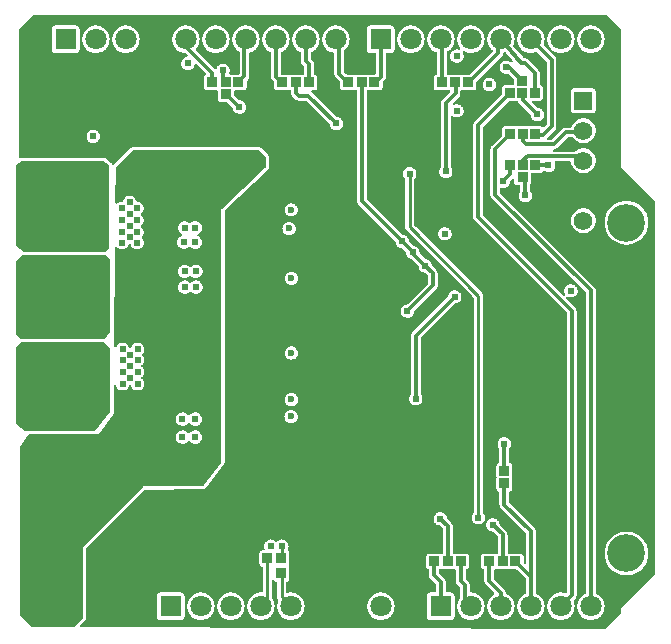
<source format=gbl>
G04 Layer: BottomLayer*
G04 EasyEDA v6.5.44, 2024-08-23 15:43:18*
G04 30d174a4fb68472d9a5c4a5b8d6f4b16,2865ae9118a24060a17af6d01c9bcc73,10*
G04 Gerber Generator version 0.2*
G04 Scale: 100 percent, Rotated: No, Reflected: No *
G04 Dimensions in millimeters *
G04 leading zeros omitted , absolute positions ,4 integer and 5 decimal *
%FSLAX45Y45*%
%MOMM*%

%AMMACRO1*21,1,$1,$2,0,0,$3*%
%ADD10C,0.3000*%
%ADD11C,0.2540*%
%ADD12MACRO1,0.864X0.8065X-90.0000*%
%ADD13MACRO1,0.864X0.8065X0.0000*%
%ADD14R,0.8065X0.8065*%
%ADD15C,4.0000*%
%ADD16C,0.6100*%
%ADD17R,1.8000X1.8000*%
%ADD18C,1.8000*%
%ADD19C,1.5748*%
%ADD20R,1.5748X1.5748*%
%ADD21C,3.2000*%
%ADD22C,0.6000*%
%ADD23C,0.6096*%
%ADD24C,0.6200*%
%ADD25C,0.0174*%

%LPD*%
G36*
X-2707233Y-3359150D02*
G01*
X-2711145Y-3358387D01*
X-2714447Y-3356203D01*
X-2803753Y-3266897D01*
X-2805938Y-3263595D01*
X-2806700Y-3259683D01*
X-2806700Y-1844598D01*
X-2806293Y-1841652D01*
X-2805023Y-1838960D01*
X-2733852Y-1732229D01*
X-2731617Y-1729841D01*
X-2728671Y-1728266D01*
X-2725420Y-1727707D01*
X-2172258Y-1727707D01*
X-2166924Y-1727200D01*
X-2141220Y-1727200D01*
X-2139340Y-1726438D01*
X-2013610Y-1569262D01*
X-2012950Y-1567789D01*
X-2012746Y-1545336D01*
X-2012442Y-1542440D01*
X-2012442Y-1512366D01*
X-2010714Y-1318514D01*
X-2009800Y-1314450D01*
X-2007412Y-1311097D01*
X-2003856Y-1308963D01*
X-1999742Y-1308455D01*
X-1995779Y-1309624D01*
X-1992579Y-1312265D01*
X-1990699Y-1315974D01*
X-1989328Y-1321104D01*
X-1985213Y-1329994D01*
X-1979574Y-1338072D01*
X-1972614Y-1344980D01*
X-1964588Y-1350619D01*
X-1955647Y-1354785D01*
X-1946198Y-1357325D01*
X-1936394Y-1358188D01*
X-1926589Y-1357325D01*
X-1917141Y-1354785D01*
X-1908200Y-1350619D01*
X-1900174Y-1344980D01*
X-1893214Y-1338072D01*
X-1887575Y-1329994D01*
X-1883460Y-1321104D01*
X-1882698Y-1318361D01*
X-1880666Y-1314450D01*
X-1877212Y-1311757D01*
X-1872894Y-1310843D01*
X-1868576Y-1311757D01*
X-1865122Y-1314450D01*
X-1863089Y-1318361D01*
X-1862328Y-1321104D01*
X-1858213Y-1329994D01*
X-1852574Y-1338072D01*
X-1845614Y-1344980D01*
X-1837588Y-1350619D01*
X-1828647Y-1354785D01*
X-1819198Y-1357325D01*
X-1809394Y-1358188D01*
X-1799589Y-1357325D01*
X-1790141Y-1354785D01*
X-1781200Y-1350619D01*
X-1773174Y-1344980D01*
X-1766214Y-1338072D01*
X-1760575Y-1329994D01*
X-1756460Y-1321104D01*
X-1753920Y-1311605D01*
X-1753057Y-1301851D01*
X-1753920Y-1292047D01*
X-1756460Y-1282547D01*
X-1760575Y-1273657D01*
X-1766214Y-1265580D01*
X-1773631Y-1258214D01*
X-1775815Y-1254912D01*
X-1776577Y-1251051D01*
X-1775815Y-1247140D01*
X-1773631Y-1243838D01*
X-1766214Y-1236472D01*
X-1760575Y-1228394D01*
X-1756460Y-1219504D01*
X-1753920Y-1210005D01*
X-1753057Y-1200251D01*
X-1753920Y-1190447D01*
X-1756460Y-1180947D01*
X-1760575Y-1172057D01*
X-1766214Y-1163980D01*
X-1773631Y-1156614D01*
X-1775815Y-1153312D01*
X-1776577Y-1149451D01*
X-1775815Y-1145540D01*
X-1773631Y-1142238D01*
X-1766214Y-1134872D01*
X-1760575Y-1126794D01*
X-1756460Y-1117904D01*
X-1753920Y-1108405D01*
X-1753057Y-1098651D01*
X-1753920Y-1088847D01*
X-1756460Y-1079347D01*
X-1760575Y-1070457D01*
X-1769465Y-1058062D01*
X-1770227Y-1054201D01*
X-1769465Y-1050290D01*
X-1760575Y-1037894D01*
X-1756460Y-1029004D01*
X-1753920Y-1019505D01*
X-1753057Y-1009751D01*
X-1753920Y-999947D01*
X-1756460Y-990447D01*
X-1760575Y-981557D01*
X-1766214Y-973480D01*
X-1773174Y-966571D01*
X-1781200Y-960932D01*
X-1790141Y-956767D01*
X-1799589Y-954227D01*
X-1809394Y-953363D01*
X-1819198Y-954227D01*
X-1828647Y-956767D01*
X-1837588Y-960932D01*
X-1845614Y-966571D01*
X-1852574Y-973480D01*
X-1858213Y-981557D01*
X-1862328Y-990447D01*
X-1863089Y-993190D01*
X-1865122Y-997102D01*
X-1868576Y-999794D01*
X-1872894Y-1000709D01*
X-1877212Y-999794D01*
X-1880666Y-997102D01*
X-1882698Y-993190D01*
X-1883460Y-990447D01*
X-1887575Y-981557D01*
X-1893214Y-973480D01*
X-1900174Y-966571D01*
X-1908200Y-960932D01*
X-1917141Y-956767D01*
X-1926589Y-954227D01*
X-1936394Y-953363D01*
X-1946198Y-954227D01*
X-1955647Y-956767D01*
X-1964588Y-960932D01*
X-1972614Y-966571D01*
X-1979574Y-973480D01*
X-1985213Y-981557D01*
X-1988312Y-988212D01*
X-1990598Y-991362D01*
X-1993950Y-993394D01*
X-1997811Y-994054D01*
X-2001621Y-993190D01*
X-2004822Y-990955D01*
X-2006955Y-987653D01*
X-2007666Y-983792D01*
X-2000097Y-150672D01*
X-1999284Y-146812D01*
X-1997100Y-143560D01*
X-1993798Y-141376D01*
X-1989937Y-140614D01*
X-1986025Y-141376D01*
X-1982774Y-143560D01*
X-1976018Y-150368D01*
X-1967941Y-156006D01*
X-1959051Y-160121D01*
X-1949551Y-162661D01*
X-1939747Y-163525D01*
X-1929993Y-162661D01*
X-1920493Y-160121D01*
X-1911604Y-156006D01*
X-1903526Y-150368D01*
X-1896618Y-143408D01*
X-1890979Y-135382D01*
X-1886813Y-126441D01*
X-1886102Y-123698D01*
X-1884070Y-119837D01*
X-1880565Y-117144D01*
X-1876247Y-116179D01*
X-1871980Y-117144D01*
X-1868474Y-119837D01*
X-1866442Y-123698D01*
X-1865731Y-126441D01*
X-1861566Y-135382D01*
X-1855927Y-143408D01*
X-1849018Y-150368D01*
X-1840941Y-156006D01*
X-1832051Y-160121D01*
X-1822551Y-162661D01*
X-1812747Y-163525D01*
X-1802993Y-162661D01*
X-1793493Y-160121D01*
X-1784604Y-156006D01*
X-1776526Y-150368D01*
X-1769618Y-143408D01*
X-1763979Y-135382D01*
X-1759813Y-126441D01*
X-1757273Y-116992D01*
X-1756410Y-107187D01*
X-1757273Y-97383D01*
X-1759813Y-87934D01*
X-1763979Y-78994D01*
X-1772869Y-66649D01*
X-1773631Y-62738D01*
X-1772869Y-58826D01*
X-1763979Y-46482D01*
X-1759813Y-37541D01*
X-1757273Y-28092D01*
X-1756410Y-18288D01*
X-1757273Y-8483D01*
X-1759813Y965D01*
X-1763979Y9906D01*
X-1769618Y17932D01*
X-1776984Y25349D01*
X-1779219Y28600D01*
X-1779981Y32512D01*
X-1779219Y36423D01*
X-1776984Y39674D01*
X-1769618Y47091D01*
X-1763979Y55117D01*
X-1759813Y64058D01*
X-1757273Y73507D01*
X-1756410Y83312D01*
X-1757273Y93116D01*
X-1759813Y102565D01*
X-1763979Y111506D01*
X-1769618Y119532D01*
X-1776984Y126949D01*
X-1779219Y130200D01*
X-1779981Y134112D01*
X-1779219Y138023D01*
X-1776984Y141274D01*
X-1769618Y148691D01*
X-1763979Y156718D01*
X-1759813Y165658D01*
X-1757273Y175107D01*
X-1756410Y184912D01*
X-1757273Y194716D01*
X-1759813Y204165D01*
X-1763979Y213106D01*
X-1769618Y221132D01*
X-1776526Y228092D01*
X-1784604Y233730D01*
X-1793493Y237845D01*
X-1802993Y240385D01*
X-1812747Y241249D01*
X-1816658Y242417D01*
X-1819808Y245059D01*
X-1821637Y248767D01*
X-1823313Y254965D01*
X-1827479Y263906D01*
X-1833118Y271932D01*
X-1840026Y278892D01*
X-1848104Y284530D01*
X-1856993Y288645D01*
X-1866493Y291185D01*
X-1876247Y292049D01*
X-1886051Y291185D01*
X-1895551Y288645D01*
X-1904441Y284530D01*
X-1912518Y278892D01*
X-1919427Y271932D01*
X-1925066Y263906D01*
X-1929231Y254965D01*
X-1930907Y248767D01*
X-1932736Y245059D01*
X-1935886Y242417D01*
X-1939798Y241249D01*
X-1949551Y240385D01*
X-1959051Y237845D01*
X-1967941Y233730D01*
X-1976018Y228092D01*
X-1979320Y224790D01*
X-1982622Y222554D01*
X-1986534Y221792D01*
X-1990394Y222605D01*
X-1993696Y224840D01*
X-1995881Y228142D01*
X-1996643Y232054D01*
X-1993950Y529234D01*
X-1993138Y533095D01*
X-1990953Y536346D01*
X-1857197Y670102D01*
X-1853895Y672338D01*
X-1849983Y673100D01*
X-778916Y673100D01*
X-775055Y672338D01*
X-771753Y670102D01*
X-726897Y625246D01*
X-724662Y621944D01*
X-723900Y618083D01*
X-723900Y531469D01*
X-724763Y527405D01*
X-727151Y524001D01*
X-1097737Y178511D01*
X-1098550Y176784D01*
X-1098550Y-1965045D01*
X-1099108Y-1968347D01*
X-1100683Y-1971243D01*
X-1247952Y-2161489D01*
X-1250137Y-2163572D01*
X-1252880Y-2164943D01*
X-1255877Y-2165400D01*
X-1764334Y-2171700D01*
X-1766011Y-2172411D01*
X-2272588Y-2691688D01*
X-2273300Y-2693365D01*
X-2273300Y-3285083D01*
X-2274062Y-3288995D01*
X-2276297Y-3292297D01*
X-2340203Y-3356203D01*
X-2343505Y-3358387D01*
X-2347366Y-3359150D01*
G37*

%LPC*%
G36*
X-1426311Y-1809445D02*
G01*
X-1416761Y-1808175D01*
X-1407566Y-1805381D01*
X-1398930Y-1801012D01*
X-1391158Y-1795272D01*
X-1384503Y-1788312D01*
X-1383233Y-1786432D01*
X-1380540Y-1783740D01*
X-1377086Y-1782216D01*
X-1373327Y-1782064D01*
X-1369771Y-1783283D01*
X-1366875Y-1785721D01*
X-1361846Y-1791970D01*
X-1354632Y-1798320D01*
X-1346403Y-1803400D01*
X-1337462Y-1806956D01*
X-1328013Y-1808988D01*
X-1318361Y-1809445D01*
X-1308811Y-1808175D01*
X-1299616Y-1805381D01*
X-1290980Y-1801012D01*
X-1283208Y-1795272D01*
X-1276553Y-1788312D01*
X-1271168Y-1780336D01*
X-1267155Y-1771548D01*
X-1264767Y-1762201D01*
X-1263904Y-1752600D01*
X-1264767Y-1742998D01*
X-1267155Y-1733651D01*
X-1271168Y-1724863D01*
X-1276553Y-1716887D01*
X-1283208Y-1709928D01*
X-1290980Y-1704187D01*
X-1299616Y-1699818D01*
X-1308811Y-1697024D01*
X-1318361Y-1695754D01*
X-1328013Y-1696212D01*
X-1337462Y-1698243D01*
X-1346403Y-1701800D01*
X-1354632Y-1706880D01*
X-1361846Y-1713230D01*
X-1366875Y-1719478D01*
X-1369771Y-1721916D01*
X-1373327Y-1723136D01*
X-1377086Y-1722983D01*
X-1380540Y-1721459D01*
X-1383233Y-1718767D01*
X-1384503Y-1716887D01*
X-1391158Y-1709928D01*
X-1398930Y-1704187D01*
X-1407566Y-1699818D01*
X-1416761Y-1697024D01*
X-1426311Y-1695754D01*
X-1435963Y-1696212D01*
X-1445412Y-1698243D01*
X-1454353Y-1701800D01*
X-1462582Y-1706880D01*
X-1469796Y-1713230D01*
X-1475892Y-1720748D01*
X-1480566Y-1729181D01*
X-1483766Y-1738274D01*
X-1485392Y-1747774D01*
X-1485392Y-1757425D01*
X-1483766Y-1766925D01*
X-1480566Y-1776018D01*
X-1475892Y-1784451D01*
X-1469796Y-1791970D01*
X-1462582Y-1798320D01*
X-1454353Y-1803400D01*
X-1445412Y-1806956D01*
X-1435963Y-1808988D01*
G37*
G36*
X-1426311Y-1657045D02*
G01*
X-1416761Y-1655775D01*
X-1407566Y-1652981D01*
X-1398930Y-1648612D01*
X-1391158Y-1642872D01*
X-1384503Y-1635912D01*
X-1383233Y-1634032D01*
X-1380540Y-1631340D01*
X-1377086Y-1629816D01*
X-1373327Y-1629664D01*
X-1369771Y-1630883D01*
X-1366875Y-1633321D01*
X-1361846Y-1639570D01*
X-1354632Y-1645920D01*
X-1346403Y-1651000D01*
X-1337462Y-1654556D01*
X-1328013Y-1656588D01*
X-1318361Y-1657045D01*
X-1308811Y-1655775D01*
X-1299616Y-1652981D01*
X-1290980Y-1648612D01*
X-1283208Y-1642872D01*
X-1276553Y-1635912D01*
X-1271168Y-1627936D01*
X-1267155Y-1619148D01*
X-1264767Y-1609801D01*
X-1263904Y-1600200D01*
X-1264767Y-1590598D01*
X-1267155Y-1581251D01*
X-1271168Y-1572463D01*
X-1276553Y-1564487D01*
X-1283208Y-1557528D01*
X-1290980Y-1551787D01*
X-1299616Y-1547418D01*
X-1308811Y-1544624D01*
X-1318361Y-1543354D01*
X-1328013Y-1543812D01*
X-1337462Y-1545844D01*
X-1346403Y-1549400D01*
X-1354632Y-1554480D01*
X-1361846Y-1560830D01*
X-1366875Y-1567078D01*
X-1369771Y-1569516D01*
X-1373327Y-1570736D01*
X-1377086Y-1570583D01*
X-1380540Y-1569059D01*
X-1383233Y-1566367D01*
X-1384503Y-1564487D01*
X-1391158Y-1557528D01*
X-1398930Y-1551787D01*
X-1407566Y-1547418D01*
X-1416761Y-1544624D01*
X-1426311Y-1543354D01*
X-1435963Y-1543812D01*
X-1445412Y-1545844D01*
X-1454353Y-1549400D01*
X-1462582Y-1554480D01*
X-1469796Y-1560830D01*
X-1475892Y-1568348D01*
X-1480566Y-1576781D01*
X-1483766Y-1585874D01*
X-1485392Y-1595374D01*
X-1485392Y-1605026D01*
X-1483766Y-1614525D01*
X-1480566Y-1623618D01*
X-1475892Y-1632051D01*
X-1469796Y-1639570D01*
X-1462582Y-1645920D01*
X-1454353Y-1651000D01*
X-1445412Y-1654556D01*
X-1435963Y-1656588D01*
G37*
G36*
X-1407261Y-539445D02*
G01*
X-1397711Y-538175D01*
X-1388516Y-535381D01*
X-1379880Y-531012D01*
X-1372108Y-525272D01*
X-1369517Y-522579D01*
X-1366367Y-520344D01*
X-1362608Y-519480D01*
X-1358798Y-520039D01*
X-1355496Y-521970D01*
X-1348282Y-528320D01*
X-1340053Y-533400D01*
X-1331112Y-536956D01*
X-1321663Y-538988D01*
X-1312011Y-539445D01*
X-1302461Y-538175D01*
X-1293266Y-535381D01*
X-1284630Y-531012D01*
X-1276858Y-525272D01*
X-1270203Y-518312D01*
X-1264818Y-510336D01*
X-1260805Y-501548D01*
X-1258417Y-492201D01*
X-1257554Y-482600D01*
X-1258417Y-472998D01*
X-1260805Y-463651D01*
X-1264818Y-454863D01*
X-1270203Y-446887D01*
X-1276858Y-439928D01*
X-1284630Y-434187D01*
X-1293266Y-429818D01*
X-1302461Y-427024D01*
X-1310284Y-426008D01*
X-1314246Y-424637D01*
X-1315821Y-423164D01*
X-1317650Y-424738D01*
X-1320850Y-426008D01*
X-1331112Y-428243D01*
X-1340053Y-431800D01*
X-1348282Y-436880D01*
X-1355496Y-443230D01*
X-1358798Y-445160D01*
X-1362608Y-445719D01*
X-1366367Y-444855D01*
X-1369517Y-442620D01*
X-1372108Y-439928D01*
X-1379880Y-434187D01*
X-1388516Y-429818D01*
X-1397711Y-427024D01*
X-1405534Y-426008D01*
X-1409496Y-424637D01*
X-1411071Y-423164D01*
X-1412900Y-424738D01*
X-1416100Y-426008D01*
X-1426362Y-428243D01*
X-1435303Y-431800D01*
X-1443532Y-436880D01*
X-1450746Y-443230D01*
X-1456842Y-450748D01*
X-1461516Y-459181D01*
X-1464716Y-468274D01*
X-1466342Y-477774D01*
X-1466342Y-487426D01*
X-1464716Y-496925D01*
X-1461516Y-506018D01*
X-1456842Y-514451D01*
X-1450746Y-521970D01*
X-1443532Y-528320D01*
X-1435303Y-533400D01*
X-1426362Y-536956D01*
X-1416913Y-538988D01*
G37*
G36*
X-1411071Y-408686D02*
G01*
X-1409496Y-407212D01*
X-1405534Y-405841D01*
X-1397711Y-404825D01*
X-1388516Y-402031D01*
X-1379880Y-397662D01*
X-1372108Y-391922D01*
X-1369517Y-389229D01*
X-1366367Y-386994D01*
X-1362608Y-386130D01*
X-1358798Y-386689D01*
X-1355496Y-388620D01*
X-1348282Y-394970D01*
X-1340053Y-400050D01*
X-1331112Y-403606D01*
X-1320850Y-405841D01*
X-1317650Y-407111D01*
X-1315821Y-408686D01*
X-1314246Y-407212D01*
X-1310284Y-405841D01*
X-1302461Y-404825D01*
X-1293266Y-402031D01*
X-1284630Y-397662D01*
X-1276858Y-391922D01*
X-1270203Y-384962D01*
X-1264818Y-376986D01*
X-1260805Y-368198D01*
X-1258417Y-358851D01*
X-1257554Y-349250D01*
X-1258417Y-339648D01*
X-1260805Y-330301D01*
X-1264818Y-321513D01*
X-1270203Y-313537D01*
X-1276858Y-306578D01*
X-1284630Y-300837D01*
X-1293266Y-296468D01*
X-1302461Y-293674D01*
X-1312011Y-292404D01*
X-1321663Y-292862D01*
X-1331112Y-294894D01*
X-1340053Y-298450D01*
X-1348282Y-303530D01*
X-1355496Y-309880D01*
X-1358798Y-311810D01*
X-1362608Y-312369D01*
X-1366367Y-311505D01*
X-1369517Y-309270D01*
X-1372108Y-306578D01*
X-1379880Y-300837D01*
X-1388516Y-296468D01*
X-1397711Y-293674D01*
X-1407261Y-292404D01*
X-1416913Y-292862D01*
X-1426362Y-294894D01*
X-1435303Y-298450D01*
X-1443532Y-303530D01*
X-1450746Y-309880D01*
X-1456842Y-317398D01*
X-1461516Y-325831D01*
X-1464716Y-334924D01*
X-1466342Y-344424D01*
X-1466342Y-354076D01*
X-1464716Y-363575D01*
X-1461516Y-372668D01*
X-1456842Y-381101D01*
X-1450746Y-388620D01*
X-1443532Y-394970D01*
X-1435303Y-400050D01*
X-1426362Y-403606D01*
X-1416100Y-405841D01*
X-1412900Y-407111D01*
G37*
G36*
X-1413611Y-158445D02*
G01*
X-1404061Y-157175D01*
X-1394866Y-154381D01*
X-1386230Y-150012D01*
X-1378458Y-144272D01*
X-1375867Y-141579D01*
X-1372717Y-139344D01*
X-1368958Y-138480D01*
X-1365148Y-139039D01*
X-1361846Y-140970D01*
X-1354632Y-147320D01*
X-1346403Y-152400D01*
X-1337462Y-155956D01*
X-1328013Y-157988D01*
X-1318361Y-158445D01*
X-1308811Y-157175D01*
X-1299616Y-154381D01*
X-1290980Y-150012D01*
X-1283208Y-144272D01*
X-1276553Y-137312D01*
X-1271168Y-129336D01*
X-1267155Y-120548D01*
X-1264767Y-111201D01*
X-1263904Y-101600D01*
X-1264767Y-91998D01*
X-1267155Y-82651D01*
X-1271168Y-73863D01*
X-1276553Y-65887D01*
X-1283208Y-58928D01*
X-1290980Y-53187D01*
X-1296568Y-50342D01*
X-1300022Y-47498D01*
X-1301902Y-43484D01*
X-1301902Y-39065D01*
X-1300022Y-35052D01*
X-1296568Y-32207D01*
X-1290980Y-29362D01*
X-1283208Y-23622D01*
X-1276553Y-16662D01*
X-1271168Y-8686D01*
X-1267155Y101D01*
X-1264767Y9448D01*
X-1263904Y19050D01*
X-1264767Y28651D01*
X-1267155Y37998D01*
X-1271168Y46786D01*
X-1276553Y54762D01*
X-1283208Y61722D01*
X-1290980Y67462D01*
X-1299616Y71831D01*
X-1308811Y74625D01*
X-1318361Y75895D01*
X-1328013Y75438D01*
X-1337462Y73406D01*
X-1346403Y69850D01*
X-1354632Y64769D01*
X-1358392Y61467D01*
X-1361338Y59639D01*
X-1364691Y58928D01*
X-1368094Y59385D01*
X-1371193Y60960D01*
X-1379931Y67513D01*
X-1388516Y71831D01*
X-1397711Y74625D01*
X-1407261Y75895D01*
X-1416913Y75438D01*
X-1426362Y73406D01*
X-1435303Y69850D01*
X-1443532Y64769D01*
X-1450746Y58419D01*
X-1456842Y50901D01*
X-1461516Y42468D01*
X-1464716Y33375D01*
X-1466342Y23876D01*
X-1466342Y14224D01*
X-1464716Y4724D01*
X-1461516Y-4368D01*
X-1456842Y-12801D01*
X-1450746Y-20320D01*
X-1443532Y-26670D01*
X-1436217Y-31191D01*
X-1433017Y-34290D01*
X-1431493Y-38455D01*
X-1431848Y-42875D01*
X-1434084Y-46736D01*
X-1437741Y-49225D01*
X-1441653Y-50800D01*
X-1449882Y-55880D01*
X-1457096Y-62230D01*
X-1463192Y-69748D01*
X-1467866Y-78181D01*
X-1471066Y-87274D01*
X-1472692Y-96774D01*
X-1472692Y-106426D01*
X-1471066Y-115925D01*
X-1467866Y-125018D01*
X-1463192Y-133451D01*
X-1457096Y-140970D01*
X-1449882Y-147320D01*
X-1441653Y-152400D01*
X-1432712Y-155956D01*
X-1423263Y-157988D01*
G37*

%LPD*%
G36*
X2130145Y-3375304D02*
G01*
X-2286558Y-3363722D01*
X-2290470Y-3362909D01*
X-2293721Y-3360724D01*
X-2295956Y-3357422D01*
X-2296718Y-3353562D01*
X-2295906Y-3349650D01*
X-2293721Y-3346348D01*
X-2255215Y-3307842D01*
X-2251405Y-3303066D01*
X-2248865Y-3297885D01*
X-2247595Y-3292195D01*
X-2247392Y-3289046D01*
X-2247392Y-2707081D01*
X-2246630Y-2703271D01*
X-2244496Y-2700020D01*
X-1757222Y-2200503D01*
X-1753920Y-2198268D01*
X-1750060Y-2197455D01*
X-1251204Y-2191258D01*
X-1244904Y-2190496D01*
X-1239469Y-2188514D01*
X-1234592Y-2185365D01*
X-1230172Y-2180844D01*
X-1078382Y-1984806D01*
X-1075283Y-1979777D01*
X-1073353Y-1974240D01*
X-1072642Y-1967941D01*
X-1072642Y162102D01*
X-1071829Y166166D01*
X-1069441Y169519D01*
X-706678Y507695D01*
X-702513Y512521D01*
X-699820Y517651D01*
X-698296Y523443D01*
X-697992Y527405D01*
X-697992Y621995D01*
X-698652Y628040D01*
X-700582Y633526D01*
X-703681Y638454D01*
X-705815Y640791D01*
X-756208Y691184D01*
X-760933Y694994D01*
X-766165Y697534D01*
X-771804Y698804D01*
X-775004Y699008D01*
X-1853946Y699008D01*
X-1859991Y698347D01*
X-1865426Y696417D01*
X-1870354Y693318D01*
X-1872742Y691184D01*
X-2007971Y556006D01*
X-2011375Y553720D01*
X-2015388Y553008D01*
X-2019350Y553923D01*
X-2022652Y556310D01*
X-2027885Y565048D01*
X-2033117Y570128D01*
X-2083003Y607517D01*
X-2087676Y610362D01*
X-2093214Y612292D01*
X-2099513Y613003D01*
X-2784246Y613003D01*
X-2789580Y612495D01*
X-2796743Y610057D01*
X-2800553Y609549D01*
X-2804261Y610514D01*
X-2807360Y612749D01*
X-2809443Y615950D01*
X-2810154Y619709D01*
X-2810154Y1700479D01*
X-2809392Y1704390D01*
X-2807157Y1707692D01*
X-2698851Y1815998D01*
X-2695549Y1818233D01*
X-2691638Y1818995D01*
X2164029Y1818995D01*
X2167940Y1818233D01*
X2171242Y1815998D01*
X2279548Y1707692D01*
X2281783Y1704390D01*
X2282545Y1700479D01*
X2282545Y537311D01*
X2283256Y535584D01*
X2571648Y247192D01*
X2573883Y243890D01*
X2574645Y239979D01*
X2574645Y-2901188D01*
X2573883Y-2905099D01*
X2571648Y-2908401D01*
X2283256Y-3196793D01*
X2282545Y-3198520D01*
X2282545Y-3244088D01*
X2281783Y-3247999D01*
X2279548Y-3251301D01*
X2158542Y-3372307D01*
X2155240Y-3374542D01*
X2151329Y-3375304D01*
G37*

%LPC*%
G36*
X-1616913Y-3300729D02*
G01*
X-1438046Y-3300729D01*
X-1431696Y-3300018D01*
X-1426260Y-3298088D01*
X-1421333Y-3295040D01*
X-1417269Y-3290925D01*
X-1414170Y-3286048D01*
X-1412290Y-3280562D01*
X-1411579Y-3274263D01*
X-1411579Y-3095396D01*
X-1412290Y-3089046D01*
X-1414170Y-3083610D01*
X-1417269Y-3078683D01*
X-1421333Y-3074619D01*
X-1426260Y-3071520D01*
X-1431696Y-3069640D01*
X-1438046Y-3068929D01*
X-1616913Y-3068929D01*
X-1623212Y-3069640D01*
X-1628698Y-3071520D01*
X-1633575Y-3074619D01*
X-1637690Y-3078683D01*
X-1640738Y-3083610D01*
X-1642668Y-3089046D01*
X-1643380Y-3095396D01*
X-1643380Y-3274263D01*
X-1642668Y-3280562D01*
X-1640738Y-3286048D01*
X-1637690Y-3290925D01*
X-1633575Y-3295040D01*
X-1628698Y-3298088D01*
X-1623212Y-3300018D01*
G37*
G36*
X669086Y-3300729D02*
G01*
X847953Y-3300729D01*
X854303Y-3300018D01*
X859739Y-3298088D01*
X864666Y-3295040D01*
X868730Y-3290925D01*
X871829Y-3286048D01*
X873709Y-3280562D01*
X874420Y-3274263D01*
X874420Y-3095396D01*
X873709Y-3089046D01*
X871829Y-3083610D01*
X868730Y-3078683D01*
X864666Y-3074619D01*
X859739Y-3071520D01*
X854303Y-3069640D01*
X847953Y-3068929D01*
X809599Y-3068929D01*
X805738Y-3068116D01*
X802436Y-3065932D01*
X800252Y-3062630D01*
X799439Y-3058769D01*
X799439Y-2981553D01*
X798626Y-2973070D01*
X796290Y-2965450D01*
X792530Y-2958388D01*
X787095Y-2951784D01*
X742391Y-2907030D01*
X740156Y-2903728D01*
X739394Y-2899867D01*
X739394Y-2882950D01*
X740054Y-2879293D01*
X741984Y-2876143D01*
X744880Y-2873908D01*
X748436Y-2872841D01*
X753770Y-2872232D01*
X758596Y-2870555D01*
X761949Y-2869996D01*
X765302Y-2870555D01*
X770178Y-2872232D01*
X776478Y-2872943D01*
X861771Y-2872943D01*
X868070Y-2872232D01*
X873150Y-2871063D01*
X876452Y-2871622D01*
X879348Y-2872638D01*
X882903Y-2874772D01*
X885342Y-2878124D01*
X886206Y-2882239D01*
X886206Y-2971292D01*
X887018Y-2979775D01*
X889355Y-2987446D01*
X893114Y-2994507D01*
X898499Y-3001111D01*
X921308Y-3023870D01*
X923493Y-3027172D01*
X924306Y-3031083D01*
X924306Y-3106369D01*
X923696Y-3109823D01*
X921969Y-3112871D01*
X918768Y-3116681D01*
X910996Y-3128975D01*
X904798Y-3142132D01*
X900277Y-3156000D01*
X897534Y-3170275D01*
X896619Y-3184804D01*
X897534Y-3199333D01*
X900277Y-3213658D01*
X904798Y-3227476D01*
X910996Y-3240633D01*
X918768Y-3252927D01*
X928065Y-3264153D01*
X938682Y-3274110D01*
X950417Y-3282645D01*
X963168Y-3289655D01*
X976731Y-3295040D01*
X990803Y-3298647D01*
X1005281Y-3300476D01*
X1019810Y-3300476D01*
X1034237Y-3298647D01*
X1048359Y-3295040D01*
X1061872Y-3289655D01*
X1074623Y-3282645D01*
X1086408Y-3274110D01*
X1097026Y-3264153D01*
X1106271Y-3252927D01*
X1114094Y-3240633D01*
X1120292Y-3227476D01*
X1124762Y-3213658D01*
X1127506Y-3199333D01*
X1128420Y-3184804D01*
X1127506Y-3170275D01*
X1124762Y-3156000D01*
X1120292Y-3142132D01*
X1114094Y-3128975D01*
X1106271Y-3116681D01*
X1097026Y-3105505D01*
X1086408Y-3095498D01*
X1074623Y-3086963D01*
X1061872Y-3079953D01*
X1048359Y-3074619D01*
X1034237Y-3070961D01*
X1019810Y-3069132D01*
X1016253Y-3069132D01*
X1012393Y-3068370D01*
X1009091Y-3066186D01*
X1006856Y-3062884D01*
X1006094Y-3058972D01*
X1006094Y-3010408D01*
X1005281Y-3001924D01*
X1002944Y-2994253D01*
X999185Y-2987192D01*
X993749Y-2980639D01*
X970991Y-2957830D01*
X968756Y-2954528D01*
X967994Y-2950667D01*
X967994Y-2882239D01*
X968857Y-2878124D01*
X971245Y-2874772D01*
X974852Y-2872638D01*
X981506Y-2870301D01*
X986383Y-2867253D01*
X990498Y-2863138D01*
X993546Y-2858262D01*
X995476Y-2852775D01*
X996187Y-2846476D01*
X996187Y-2766974D01*
X995476Y-2760624D01*
X993546Y-2755188D01*
X990498Y-2750261D01*
X986383Y-2746197D01*
X981506Y-2743098D01*
X976020Y-2741168D01*
X969721Y-2740456D01*
X884428Y-2740456D01*
X878128Y-2741168D01*
X873048Y-2742387D01*
X869746Y-2741828D01*
X866851Y-2740812D01*
X863295Y-2738678D01*
X860856Y-2735275D01*
X860044Y-2731211D01*
X860044Y-2508758D01*
X859180Y-2500274D01*
X856843Y-2492603D01*
X853084Y-2485542D01*
X847699Y-2478938D01*
X815035Y-2446324D01*
X813003Y-2443429D01*
X812139Y-2440025D01*
X811682Y-2435148D01*
X809294Y-2425801D01*
X805281Y-2417013D01*
X799896Y-2409037D01*
X793242Y-2402078D01*
X785469Y-2396337D01*
X776833Y-2391968D01*
X767638Y-2389174D01*
X758088Y-2387904D01*
X748436Y-2388362D01*
X738987Y-2390394D01*
X730046Y-2393950D01*
X721817Y-2399030D01*
X714603Y-2405380D01*
X708507Y-2412898D01*
X703834Y-2421331D01*
X700633Y-2430424D01*
X699008Y-2439924D01*
X699008Y-2449576D01*
X700633Y-2459075D01*
X703834Y-2468168D01*
X708507Y-2476601D01*
X714603Y-2484120D01*
X721817Y-2490470D01*
X730046Y-2495550D01*
X738987Y-2499106D01*
X748436Y-2501138D01*
X750468Y-2501239D01*
X754126Y-2502103D01*
X757224Y-2504236D01*
X775208Y-2522220D01*
X777443Y-2525522D01*
X778205Y-2529382D01*
X778205Y-2731211D01*
X777341Y-2735275D01*
X774954Y-2738678D01*
X771347Y-2740812D01*
X765302Y-2742895D01*
X762000Y-2743454D01*
X758647Y-2742895D01*
X753770Y-2741168D01*
X747471Y-2740456D01*
X662178Y-2740456D01*
X655878Y-2741168D01*
X650392Y-2743098D01*
X645515Y-2746197D01*
X641400Y-2750261D01*
X638352Y-2755188D01*
X636422Y-2760624D01*
X635711Y-2766974D01*
X635711Y-2846476D01*
X636422Y-2852775D01*
X638352Y-2858262D01*
X641400Y-2863138D01*
X645515Y-2867253D01*
X654354Y-2872587D01*
X656742Y-2875991D01*
X657606Y-2880055D01*
X657606Y-2920492D01*
X658418Y-2928975D01*
X660755Y-2936646D01*
X664514Y-2943707D01*
X669899Y-2950311D01*
X714654Y-2995015D01*
X716889Y-2998317D01*
X717651Y-3002229D01*
X717651Y-3058769D01*
X716889Y-3062630D01*
X714654Y-3065932D01*
X711352Y-3068116D01*
X707491Y-3068929D01*
X669086Y-3068929D01*
X662787Y-3069640D01*
X657301Y-3071520D01*
X652424Y-3074619D01*
X648309Y-3078683D01*
X645261Y-3083610D01*
X643331Y-3089046D01*
X642620Y-3095396D01*
X642620Y-3274263D01*
X643331Y-3280562D01*
X645261Y-3286048D01*
X648309Y-3290925D01*
X652424Y-3295040D01*
X657301Y-3298088D01*
X662787Y-3300018D01*
G37*
G36*
X243281Y-3300476D02*
G01*
X257810Y-3300476D01*
X272237Y-3298647D01*
X286359Y-3295040D01*
X299872Y-3289655D01*
X312623Y-3282645D01*
X324408Y-3274110D01*
X335026Y-3264153D01*
X344271Y-3252927D01*
X352094Y-3240633D01*
X358292Y-3227476D01*
X362762Y-3213658D01*
X365506Y-3199333D01*
X366420Y-3184804D01*
X365506Y-3170275D01*
X362762Y-3156000D01*
X358292Y-3142132D01*
X352094Y-3128975D01*
X344271Y-3116681D01*
X335026Y-3105505D01*
X324408Y-3095498D01*
X312623Y-3086963D01*
X299872Y-3079953D01*
X286359Y-3074619D01*
X272237Y-3070961D01*
X257810Y-3069132D01*
X243281Y-3069132D01*
X228803Y-3070961D01*
X214731Y-3074619D01*
X201168Y-3079953D01*
X188417Y-3086963D01*
X176682Y-3095498D01*
X166065Y-3105505D01*
X156768Y-3116681D01*
X148996Y-3128975D01*
X142798Y-3142132D01*
X138277Y-3156000D01*
X135534Y-3170275D01*
X134620Y-3184804D01*
X135534Y-3199333D01*
X138277Y-3213658D01*
X142798Y-3227476D01*
X148996Y-3240633D01*
X156768Y-3252927D01*
X166065Y-3264153D01*
X176682Y-3274110D01*
X188417Y-3282645D01*
X201168Y-3289655D01*
X214731Y-3295040D01*
X228803Y-3298647D01*
G37*
G36*
X-1280718Y-3300476D02*
G01*
X-1266190Y-3300476D01*
X-1251762Y-3298647D01*
X-1237640Y-3295040D01*
X-1224127Y-3289655D01*
X-1211376Y-3282645D01*
X-1199591Y-3274110D01*
X-1188974Y-3264153D01*
X-1179728Y-3252927D01*
X-1171905Y-3240633D01*
X-1165707Y-3227476D01*
X-1161237Y-3213658D01*
X-1158494Y-3199333D01*
X-1157579Y-3184804D01*
X-1158494Y-3170275D01*
X-1161237Y-3156000D01*
X-1165707Y-3142132D01*
X-1171905Y-3128975D01*
X-1179728Y-3116681D01*
X-1188974Y-3105505D01*
X-1199591Y-3095498D01*
X-1211376Y-3086963D01*
X-1224127Y-3079953D01*
X-1237640Y-3074619D01*
X-1251762Y-3070961D01*
X-1266190Y-3069132D01*
X-1280718Y-3069132D01*
X-1295196Y-3070961D01*
X-1309268Y-3074619D01*
X-1322832Y-3079953D01*
X-1335582Y-3086963D01*
X-1347317Y-3095498D01*
X-1357934Y-3105505D01*
X-1367231Y-3116681D01*
X-1375003Y-3128975D01*
X-1381201Y-3142132D01*
X-1385722Y-3156000D01*
X-1388465Y-3170275D01*
X-1389380Y-3184804D01*
X-1388465Y-3199333D01*
X-1385722Y-3213658D01*
X-1381201Y-3227476D01*
X-1375003Y-3240633D01*
X-1367231Y-3252927D01*
X-1357934Y-3264153D01*
X-1347317Y-3274110D01*
X-1335582Y-3282645D01*
X-1322832Y-3289655D01*
X-1309268Y-3295040D01*
X-1295196Y-3298647D01*
G37*
G36*
X-1026718Y-3300476D02*
G01*
X-1012190Y-3300476D01*
X-997762Y-3298647D01*
X-983640Y-3295040D01*
X-970127Y-3289655D01*
X-957376Y-3282645D01*
X-945591Y-3274110D01*
X-934974Y-3264153D01*
X-925728Y-3252927D01*
X-917905Y-3240633D01*
X-911707Y-3227476D01*
X-907237Y-3213658D01*
X-904494Y-3199333D01*
X-903579Y-3184804D01*
X-904494Y-3170275D01*
X-907237Y-3156000D01*
X-911707Y-3142132D01*
X-917905Y-3128975D01*
X-925728Y-3116681D01*
X-934974Y-3105505D01*
X-945591Y-3095498D01*
X-957376Y-3086963D01*
X-970127Y-3079953D01*
X-983640Y-3074619D01*
X-997762Y-3070961D01*
X-1012190Y-3069132D01*
X-1026718Y-3069132D01*
X-1041196Y-3070961D01*
X-1055268Y-3074619D01*
X-1068832Y-3079953D01*
X-1081582Y-3086963D01*
X-1093317Y-3095498D01*
X-1103934Y-3105505D01*
X-1113231Y-3116681D01*
X-1121003Y-3128975D01*
X-1127201Y-3142132D01*
X-1131722Y-3156000D01*
X-1134465Y-3170275D01*
X-1135380Y-3184804D01*
X-1134465Y-3199333D01*
X-1131722Y-3213658D01*
X-1127201Y-3227476D01*
X-1121003Y-3240633D01*
X-1113231Y-3252927D01*
X-1103934Y-3264153D01*
X-1093317Y-3274110D01*
X-1081582Y-3282645D01*
X-1068832Y-3289655D01*
X-1055268Y-3295040D01*
X-1041196Y-3298647D01*
G37*
G36*
X-772718Y-3300476D02*
G01*
X-758190Y-3300476D01*
X-743762Y-3298647D01*
X-729640Y-3295040D01*
X-716127Y-3289655D01*
X-703376Y-3282645D01*
X-691591Y-3274110D01*
X-680974Y-3264153D01*
X-671728Y-3252927D01*
X-663905Y-3240633D01*
X-657707Y-3227476D01*
X-653237Y-3213658D01*
X-650494Y-3199333D01*
X-649579Y-3184804D01*
X-650494Y-3170275D01*
X-653237Y-3156000D01*
X-657707Y-3142132D01*
X-663905Y-3128975D01*
X-670915Y-3117951D01*
X-672084Y-3115360D01*
X-672490Y-3112516D01*
X-672490Y-2968853D01*
X-671576Y-2964586D01*
X-668934Y-2961132D01*
X-665124Y-2959100D01*
X-660806Y-2958795D01*
X-656742Y-2960319D01*
X-653745Y-2963418D01*
X-651103Y-2967634D01*
X-646988Y-2971698D01*
X-642112Y-2974797D01*
X-635863Y-2976981D01*
X-632307Y-2979115D01*
X-629920Y-2982518D01*
X-629056Y-2986582D01*
X-629056Y-3105302D01*
X-628243Y-3113328D01*
X-626059Y-3120542D01*
X-622503Y-3127248D01*
X-620014Y-3130245D01*
X-618185Y-3133598D01*
X-617728Y-3137357D01*
X-623722Y-3156000D01*
X-626465Y-3170275D01*
X-627380Y-3184804D01*
X-626465Y-3199333D01*
X-623722Y-3213658D01*
X-619201Y-3227476D01*
X-613003Y-3240633D01*
X-605231Y-3252927D01*
X-595934Y-3264153D01*
X-585317Y-3274110D01*
X-573582Y-3282645D01*
X-560832Y-3289655D01*
X-547268Y-3295040D01*
X-533196Y-3298647D01*
X-518718Y-3300476D01*
X-504190Y-3300476D01*
X-489762Y-3298647D01*
X-475640Y-3295040D01*
X-462127Y-3289655D01*
X-449376Y-3282645D01*
X-437591Y-3274110D01*
X-426974Y-3264153D01*
X-417728Y-3252927D01*
X-409905Y-3240633D01*
X-403707Y-3227476D01*
X-399237Y-3213658D01*
X-396494Y-3199333D01*
X-395579Y-3184804D01*
X-396494Y-3170275D01*
X-399237Y-3156000D01*
X-403707Y-3142132D01*
X-409905Y-3128975D01*
X-417728Y-3116681D01*
X-426974Y-3105505D01*
X-437591Y-3095498D01*
X-449376Y-3086963D01*
X-462127Y-3079953D01*
X-475640Y-3074619D01*
X-489762Y-3070961D01*
X-504190Y-3069132D01*
X-518718Y-3069132D01*
X-533196Y-3070961D01*
X-539140Y-3072536D01*
X-542848Y-3072790D01*
X-546354Y-3071672D01*
X-549249Y-3069437D01*
X-551180Y-3066288D01*
X-551840Y-3062681D01*
X-551840Y-2986481D01*
X-550976Y-2982417D01*
X-548589Y-2979013D01*
X-545033Y-2976880D01*
X-539038Y-2974797D01*
X-534111Y-2971698D01*
X-530047Y-2967634D01*
X-526948Y-2962706D01*
X-525068Y-2957271D01*
X-524357Y-2950921D01*
X-524357Y-2865678D01*
X-525068Y-2859328D01*
X-526948Y-2853893D01*
X-529285Y-2850235D01*
X-530656Y-2846679D01*
X-530656Y-2842920D01*
X-529285Y-2839415D01*
X-526948Y-2835706D01*
X-525068Y-2830271D01*
X-524357Y-2823921D01*
X-524357Y-2738678D01*
X-525068Y-2732328D01*
X-526948Y-2726893D01*
X-530047Y-2722016D01*
X-537006Y-2715310D01*
X-538683Y-2712110D01*
X-539089Y-2708503D01*
X-538226Y-2704998D01*
X-534009Y-2695752D01*
X-531622Y-2686405D01*
X-530758Y-2676804D01*
X-531622Y-2667203D01*
X-534009Y-2657856D01*
X-538022Y-2649067D01*
X-543407Y-2641092D01*
X-550062Y-2634132D01*
X-557834Y-2628392D01*
X-566470Y-2624023D01*
X-575665Y-2621229D01*
X-585216Y-2619959D01*
X-594868Y-2620416D01*
X-604316Y-2622448D01*
X-613257Y-2626004D01*
X-621487Y-2631084D01*
X-627380Y-2636266D01*
X-630682Y-2638247D01*
X-634492Y-2638806D01*
X-638251Y-2637891D01*
X-641400Y-2635656D01*
X-642924Y-2634132D01*
X-650697Y-2628392D01*
X-659282Y-2624023D01*
X-668528Y-2621229D01*
X-678078Y-2619959D01*
X-687730Y-2620416D01*
X-697128Y-2622448D01*
X-706120Y-2626004D01*
X-714298Y-2631084D01*
X-721563Y-2637434D01*
X-727608Y-2644952D01*
X-732332Y-2653385D01*
X-735533Y-2662478D01*
X-737158Y-2671978D01*
X-737158Y-2681630D01*
X-735533Y-2691130D01*
X-732891Y-2698648D01*
X-732282Y-2702458D01*
X-733196Y-2706217D01*
X-735431Y-2709367D01*
X-738682Y-2711450D01*
X-742442Y-2712212D01*
X-750976Y-2712212D01*
X-757275Y-2712923D01*
X-762762Y-2714802D01*
X-767638Y-2717901D01*
X-771753Y-2722016D01*
X-774801Y-2726893D01*
X-776732Y-2732328D01*
X-777443Y-2738678D01*
X-777443Y-2823921D01*
X-776732Y-2830271D01*
X-774801Y-2835706D01*
X-771753Y-2840634D01*
X-767638Y-2844698D01*
X-762762Y-2847797D01*
X-756513Y-2849981D01*
X-752957Y-2852115D01*
X-750570Y-2855518D01*
X-749706Y-2859582D01*
X-749706Y-3058972D01*
X-750468Y-3062884D01*
X-752703Y-3066186D01*
X-755954Y-3068370D01*
X-759866Y-3069132D01*
X-772718Y-3069132D01*
X-787196Y-3070961D01*
X-801268Y-3074619D01*
X-814832Y-3079953D01*
X-827582Y-3086963D01*
X-839317Y-3095498D01*
X-849934Y-3105505D01*
X-859231Y-3116681D01*
X-867003Y-3128975D01*
X-873201Y-3142132D01*
X-877722Y-3156000D01*
X-880465Y-3170275D01*
X-881380Y-3184804D01*
X-880465Y-3199333D01*
X-877722Y-3213658D01*
X-873201Y-3227476D01*
X-867003Y-3240633D01*
X-859231Y-3252927D01*
X-849934Y-3264153D01*
X-839317Y-3274110D01*
X-827582Y-3282645D01*
X-814832Y-3289655D01*
X-801268Y-3295040D01*
X-787196Y-3298647D01*
G37*
G36*
X1259281Y-3300476D02*
G01*
X1273810Y-3300476D01*
X1288237Y-3298647D01*
X1302359Y-3295040D01*
X1315872Y-3289655D01*
X1328623Y-3282645D01*
X1340408Y-3274110D01*
X1351026Y-3264153D01*
X1360271Y-3252927D01*
X1368094Y-3240633D01*
X1374292Y-3227476D01*
X1378762Y-3213658D01*
X1381506Y-3199333D01*
X1382420Y-3184804D01*
X1381506Y-3170275D01*
X1378762Y-3156000D01*
X1374292Y-3142132D01*
X1368094Y-3128975D01*
X1360271Y-3116681D01*
X1351026Y-3105505D01*
X1340408Y-3095498D01*
X1328623Y-3086963D01*
X1315872Y-3079953D01*
X1313840Y-3079140D01*
X1310741Y-3077210D01*
X1308506Y-3074263D01*
X1307490Y-3070707D01*
X1306626Y-3061970D01*
X1304290Y-3054350D01*
X1300530Y-3047288D01*
X1295095Y-3040684D01*
X1212291Y-2957830D01*
X1210056Y-2954528D01*
X1209294Y-2950667D01*
X1209294Y-2882239D01*
X1210157Y-2878124D01*
X1212545Y-2874772D01*
X1216152Y-2872638D01*
X1222197Y-2870504D01*
X1225499Y-2869996D01*
X1228852Y-2870555D01*
X1233728Y-2872232D01*
X1240028Y-2872943D01*
X1325321Y-2872943D01*
X1331620Y-2872232D01*
X1336649Y-2871063D01*
X1341678Y-2872232D01*
X1347978Y-2872943D01*
X1394815Y-2872943D01*
X1398676Y-2873705D01*
X1401978Y-2875940D01*
X1476654Y-2950565D01*
X1478889Y-2953867D01*
X1479651Y-2957779D01*
X1479651Y-3069691D01*
X1478838Y-3073654D01*
X1476603Y-3076956D01*
X1473200Y-3079140D01*
X1471168Y-3079953D01*
X1458417Y-3086963D01*
X1446682Y-3095498D01*
X1436065Y-3105505D01*
X1426768Y-3116681D01*
X1418996Y-3128975D01*
X1412798Y-3142132D01*
X1408277Y-3156000D01*
X1405534Y-3170275D01*
X1404620Y-3184804D01*
X1405534Y-3199333D01*
X1408277Y-3213658D01*
X1412798Y-3227476D01*
X1418996Y-3240633D01*
X1426768Y-3252927D01*
X1436065Y-3264153D01*
X1446682Y-3274110D01*
X1458417Y-3282645D01*
X1471168Y-3289655D01*
X1484731Y-3295040D01*
X1498803Y-3298647D01*
X1513281Y-3300476D01*
X1527810Y-3300476D01*
X1542237Y-3298647D01*
X1556359Y-3295040D01*
X1569872Y-3289655D01*
X1582623Y-3282645D01*
X1594408Y-3274110D01*
X1605026Y-3264153D01*
X1614271Y-3252927D01*
X1622094Y-3240633D01*
X1628292Y-3227476D01*
X1632762Y-3213658D01*
X1635506Y-3199333D01*
X1636420Y-3184804D01*
X1635506Y-3170275D01*
X1632762Y-3156000D01*
X1628292Y-3142132D01*
X1622094Y-3128975D01*
X1614271Y-3116681D01*
X1605026Y-3105505D01*
X1594408Y-3095498D01*
X1582623Y-3086963D01*
X1570278Y-3080156D01*
X1567484Y-3077921D01*
X1565656Y-3074822D01*
X1564995Y-3071266D01*
X1564995Y-2553106D01*
X1564182Y-2544622D01*
X1561846Y-2536952D01*
X1558086Y-2529890D01*
X1552702Y-2523337D01*
X1339392Y-2310282D01*
X1337208Y-2306980D01*
X1336395Y-2303068D01*
X1336395Y-2223719D01*
X1337259Y-2219655D01*
X1339646Y-2216251D01*
X1343202Y-2214118D01*
X1346962Y-2212797D01*
X1351838Y-2209749D01*
X1355953Y-2205634D01*
X1359001Y-2200757D01*
X1360932Y-2195271D01*
X1361643Y-2188972D01*
X1361643Y-2103678D01*
X1360932Y-2097379D01*
X1359763Y-2092299D01*
X1360932Y-2087321D01*
X1361643Y-2080971D01*
X1361643Y-1995728D01*
X1360932Y-1989429D01*
X1359001Y-1983943D01*
X1355902Y-1979066D01*
X1351838Y-1974951D01*
X1346911Y-1971903D01*
X1343101Y-1970532D01*
X1339545Y-1968398D01*
X1337157Y-1964994D01*
X1336294Y-1960930D01*
X1336294Y-1853031D01*
X1337056Y-1849272D01*
X1345031Y-1837486D01*
X1349044Y-1828698D01*
X1351432Y-1819351D01*
X1352296Y-1809750D01*
X1351432Y-1800148D01*
X1349044Y-1790801D01*
X1345031Y-1782013D01*
X1339646Y-1774037D01*
X1332992Y-1767078D01*
X1325219Y-1761337D01*
X1316583Y-1756968D01*
X1307388Y-1754174D01*
X1297838Y-1752904D01*
X1288186Y-1753362D01*
X1278737Y-1755393D01*
X1269796Y-1758950D01*
X1261567Y-1764030D01*
X1254353Y-1770380D01*
X1248257Y-1777898D01*
X1243584Y-1786331D01*
X1240383Y-1795424D01*
X1238758Y-1804924D01*
X1238758Y-1814575D01*
X1240383Y-1824075D01*
X1243584Y-1833168D01*
X1248257Y-1841601D01*
X1252220Y-1846478D01*
X1253896Y-1849475D01*
X1254506Y-1852879D01*
X1254506Y-1960930D01*
X1253642Y-1964994D01*
X1251254Y-1968398D01*
X1247698Y-1970532D01*
X1243838Y-1971903D01*
X1238961Y-1974951D01*
X1234846Y-1979066D01*
X1231798Y-1983943D01*
X1229868Y-1989429D01*
X1229156Y-1995728D01*
X1229156Y-2080971D01*
X1229868Y-2087321D01*
X1231036Y-2092350D01*
X1229868Y-2097379D01*
X1229156Y-2103678D01*
X1229156Y-2188972D01*
X1229868Y-2195271D01*
X1231798Y-2200757D01*
X1234897Y-2205634D01*
X1238961Y-2209749D01*
X1243888Y-2212797D01*
X1247800Y-2214168D01*
X1251356Y-2216302D01*
X1253744Y-2219706D01*
X1254607Y-2223770D01*
X1254607Y-2323744D01*
X1255420Y-2332228D01*
X1257757Y-2339898D01*
X1261516Y-2346960D01*
X1266901Y-2353513D01*
X1480210Y-2566568D01*
X1482394Y-2569870D01*
X1483207Y-2573782D01*
X1483207Y-2816860D01*
X1482445Y-2820771D01*
X1480210Y-2824073D01*
X1476908Y-2826258D01*
X1473047Y-2827020D01*
X1469136Y-2826258D01*
X1465834Y-2824073D01*
X1462735Y-2820924D01*
X1460500Y-2817622D01*
X1459738Y-2813761D01*
X1459738Y-2766974D01*
X1459026Y-2760624D01*
X1457096Y-2755188D01*
X1454048Y-2750261D01*
X1449933Y-2746197D01*
X1445056Y-2743098D01*
X1439570Y-2741168D01*
X1433271Y-2740456D01*
X1347978Y-2740456D01*
X1341678Y-2741168D01*
X1336598Y-2742387D01*
X1333296Y-2741828D01*
X1330401Y-2740812D01*
X1326845Y-2738678D01*
X1324406Y-2735275D01*
X1323594Y-2731211D01*
X1323594Y-2578608D01*
X1322730Y-2570124D01*
X1320393Y-2562453D01*
X1316634Y-2555392D01*
X1311249Y-2548788D01*
X1259535Y-2497124D01*
X1257503Y-2494229D01*
X1256639Y-2490825D01*
X1256182Y-2485948D01*
X1253794Y-2476601D01*
X1249781Y-2467813D01*
X1244396Y-2459837D01*
X1237742Y-2452878D01*
X1229969Y-2447137D01*
X1221333Y-2442768D01*
X1212138Y-2439974D01*
X1202588Y-2438704D01*
X1192936Y-2439162D01*
X1183487Y-2441194D01*
X1174546Y-2444750D01*
X1166317Y-2449830D01*
X1159103Y-2456180D01*
X1153007Y-2463698D01*
X1148334Y-2472131D01*
X1145133Y-2481224D01*
X1143508Y-2490724D01*
X1143508Y-2500376D01*
X1145133Y-2509875D01*
X1148334Y-2518968D01*
X1153007Y-2527401D01*
X1159103Y-2534920D01*
X1166317Y-2541270D01*
X1174546Y-2546350D01*
X1183487Y-2549906D01*
X1192936Y-2551938D01*
X1194968Y-2552039D01*
X1198626Y-2552903D01*
X1201724Y-2555036D01*
X1238758Y-2592070D01*
X1240993Y-2595372D01*
X1241755Y-2599232D01*
X1241755Y-2731211D01*
X1240891Y-2735275D01*
X1238504Y-2738678D01*
X1234897Y-2740812D01*
X1228852Y-2742895D01*
X1225550Y-2743454D01*
X1222197Y-2742895D01*
X1217320Y-2741168D01*
X1211021Y-2740456D01*
X1125728Y-2740456D01*
X1119428Y-2741168D01*
X1113942Y-2743098D01*
X1109065Y-2746197D01*
X1104950Y-2750261D01*
X1101902Y-2755188D01*
X1099972Y-2760624D01*
X1099261Y-2766974D01*
X1099261Y-2846476D01*
X1099972Y-2852775D01*
X1101902Y-2858262D01*
X1104950Y-2863138D01*
X1109065Y-2867253D01*
X1113942Y-2870301D01*
X1120648Y-2872638D01*
X1124204Y-2874772D01*
X1126642Y-2878124D01*
X1127506Y-2882239D01*
X1127506Y-2971292D01*
X1128318Y-2979775D01*
X1130655Y-2987446D01*
X1134414Y-2994507D01*
X1139799Y-3001111D01*
X1208582Y-3069844D01*
X1210716Y-3072942D01*
X1211529Y-3076600D01*
X1211021Y-3080308D01*
X1209192Y-3083560D01*
X1206296Y-3085947D01*
X1204417Y-3086963D01*
X1192682Y-3095498D01*
X1182065Y-3105505D01*
X1172768Y-3116681D01*
X1164996Y-3128975D01*
X1158798Y-3142132D01*
X1154277Y-3156000D01*
X1151534Y-3170275D01*
X1150620Y-3184804D01*
X1151534Y-3199333D01*
X1154277Y-3213658D01*
X1158798Y-3227476D01*
X1164996Y-3240633D01*
X1172768Y-3252927D01*
X1182065Y-3264153D01*
X1192682Y-3274110D01*
X1204417Y-3282645D01*
X1217168Y-3289655D01*
X1230731Y-3295040D01*
X1244803Y-3298647D01*
G37*
G36*
X2021281Y-3300476D02*
G01*
X2035810Y-3300476D01*
X2050237Y-3298647D01*
X2064359Y-3295040D01*
X2077872Y-3289655D01*
X2090623Y-3282645D01*
X2102408Y-3274110D01*
X2113026Y-3264153D01*
X2122271Y-3252927D01*
X2130094Y-3240633D01*
X2136292Y-3227476D01*
X2140762Y-3213658D01*
X2143506Y-3199333D01*
X2144420Y-3184804D01*
X2143506Y-3170275D01*
X2140762Y-3156000D01*
X2136292Y-3142132D01*
X2130094Y-3128975D01*
X2122271Y-3116681D01*
X2113026Y-3105505D01*
X2102408Y-3095498D01*
X2090623Y-3086963D01*
X2077872Y-3079953D01*
X2075891Y-3079140D01*
X2072487Y-3076956D01*
X2070252Y-3073654D01*
X2069439Y-3069742D01*
X2069439Y-511403D01*
X2068626Y-502920D01*
X2066289Y-495300D01*
X2062530Y-488238D01*
X2057095Y-481634D01*
X1263091Y312420D01*
X1260856Y315722D01*
X1260094Y319582D01*
X1260094Y348437D01*
X1261110Y352806D01*
X1263853Y356311D01*
X1267917Y358292D01*
X1272387Y358343D01*
X1281836Y356311D01*
X1291437Y355904D01*
X1301038Y357124D01*
X1310233Y359968D01*
X1318869Y364286D01*
X1326591Y370027D01*
X1333296Y376986D01*
X1338681Y385013D01*
X1342644Y393801D01*
X1345082Y403148D01*
X1345488Y407974D01*
X1346403Y411378D01*
X1348435Y414274D01*
X1363522Y429361D01*
X1366824Y431596D01*
X1370736Y432358D01*
X1374597Y431596D01*
X1377899Y429361D01*
X1380134Y426110D01*
X1380896Y422198D01*
X1380896Y404723D01*
X1381607Y398424D01*
X1383487Y392938D01*
X1386586Y388061D01*
X1390700Y383946D01*
X1395577Y380898D01*
X1401064Y378968D01*
X1407363Y378256D01*
X1422146Y378256D01*
X1426006Y377494D01*
X1429308Y375259D01*
X1431544Y372008D01*
X1432306Y368096D01*
X1432306Y335229D01*
X1431696Y331825D01*
X1430020Y328828D01*
X1426057Y323951D01*
X1421384Y315518D01*
X1418132Y306425D01*
X1416507Y296926D01*
X1416507Y287274D01*
X1418132Y277774D01*
X1421384Y268681D01*
X1426057Y260248D01*
X1432153Y252729D01*
X1439367Y246379D01*
X1447596Y241300D01*
X1456537Y237693D01*
X1465986Y235661D01*
X1475587Y235254D01*
X1485188Y236474D01*
X1494383Y239318D01*
X1503019Y243636D01*
X1510741Y249377D01*
X1517446Y256336D01*
X1522831Y264363D01*
X1526794Y273151D01*
X1529232Y282498D01*
X1530045Y292100D01*
X1529232Y301701D01*
X1526794Y311048D01*
X1522831Y319836D01*
X1514856Y331571D01*
X1514094Y335381D01*
X1514094Y386283D01*
X1514500Y389077D01*
X1516481Y392938D01*
X1518412Y398424D01*
X1519123Y404723D01*
X1519123Y469696D01*
X1519885Y473608D01*
X1522069Y476859D01*
X1525371Y479094D01*
X1529283Y479856D01*
X1598371Y479856D01*
X1604670Y480568D01*
X1610156Y482498D01*
X1615033Y485546D01*
X1619148Y489661D01*
X1624634Y498348D01*
X1628444Y500735D01*
X1632864Y501243D01*
X1637131Y499821D01*
X1644446Y495300D01*
X1653387Y491693D01*
X1662836Y489661D01*
X1672437Y489254D01*
X1682038Y490474D01*
X1691233Y493318D01*
X1699869Y497636D01*
X1707591Y503377D01*
X1714296Y510336D01*
X1719681Y518363D01*
X1723643Y527151D01*
X1726082Y536498D01*
X1726895Y546100D01*
X1726082Y555701D01*
X1723643Y565048D01*
X1722729Y567131D01*
X1721815Y571093D01*
X1722526Y575056D01*
X1724710Y578408D01*
X1728012Y580694D01*
X1731975Y581507D01*
X1851355Y581507D01*
X1854809Y580898D01*
X1857806Y579170D01*
X1860092Y576580D01*
X1861362Y573328D01*
X1864004Y560019D01*
X1868373Y547065D01*
X1874418Y534771D01*
X1882038Y523392D01*
X1891080Y513130D01*
X1901342Y504088D01*
X1912721Y496468D01*
X1925015Y490423D01*
X1937969Y486054D01*
X1951380Y483362D01*
X1965045Y482447D01*
X1978710Y483362D01*
X1992122Y486054D01*
X2005075Y490423D01*
X2017369Y496468D01*
X2028748Y504088D01*
X2039010Y513130D01*
X2048052Y523392D01*
X2055672Y534771D01*
X2061718Y547065D01*
X2066086Y560019D01*
X2068779Y573430D01*
X2069693Y587095D01*
X2068779Y600760D01*
X2066086Y614172D01*
X2061718Y627126D01*
X2055672Y639419D01*
X2048052Y650798D01*
X2039010Y661060D01*
X2028748Y670102D01*
X2017369Y677722D01*
X2005075Y683768D01*
X1992122Y688136D01*
X1978710Y690829D01*
X1965045Y691743D01*
X1951380Y690829D01*
X1937969Y688136D01*
X1925015Y683768D01*
X1912721Y677722D01*
X1901342Y670102D01*
X1896465Y665835D01*
X1893366Y663956D01*
X1889760Y663295D01*
X1720037Y663295D01*
X1715770Y664260D01*
X1712264Y666902D01*
X1710232Y670814D01*
X1710029Y675182D01*
X1711655Y679246D01*
X1714906Y682244D01*
X1719072Y683564D01*
X1722577Y683920D01*
X1730248Y686257D01*
X1737309Y690016D01*
X1743862Y695452D01*
X1830171Y781710D01*
X1833473Y783894D01*
X1837334Y784707D01*
X1871725Y784707D01*
X1875028Y784148D01*
X1877923Y782574D01*
X1880209Y780186D01*
X1882038Y777392D01*
X1891080Y767130D01*
X1901342Y758088D01*
X1912721Y750468D01*
X1925015Y744423D01*
X1937969Y740054D01*
X1951380Y737362D01*
X1965045Y736447D01*
X1978710Y737362D01*
X1992122Y740054D01*
X2005075Y744423D01*
X2017369Y750468D01*
X2028748Y758088D01*
X2039010Y767130D01*
X2048052Y777392D01*
X2055672Y788771D01*
X2061718Y801065D01*
X2066086Y814019D01*
X2068779Y827430D01*
X2069693Y841095D01*
X2068779Y854760D01*
X2066086Y868171D01*
X2061718Y881126D01*
X2055672Y893419D01*
X2048052Y904798D01*
X2039010Y915060D01*
X2028748Y924102D01*
X2017369Y931722D01*
X2005075Y937768D01*
X1992122Y942136D01*
X1978710Y944829D01*
X1965045Y945743D01*
X1951380Y944829D01*
X1937969Y942136D01*
X1925015Y937768D01*
X1912721Y931722D01*
X1901342Y924102D01*
X1891080Y915060D01*
X1882038Y904798D01*
X1874418Y893419D01*
X1868373Y881126D01*
X1865782Y873404D01*
X1863648Y869797D01*
X1860245Y867359D01*
X1856130Y866495D01*
X1816709Y866495D01*
X1808225Y865682D01*
X1800555Y863346D01*
X1793493Y859586D01*
X1786940Y854151D01*
X1700631Y767892D01*
X1697329Y765657D01*
X1693468Y764895D01*
X1666443Y764895D01*
X1662531Y765657D01*
X1659280Y767892D01*
X1657045Y771194D01*
X1656283Y775055D01*
X1657045Y778967D01*
X1659280Y782269D01*
X1724101Y847140D01*
X1729536Y853694D01*
X1733296Y860755D01*
X1735632Y868426D01*
X1736445Y876909D01*
X1736445Y1440281D01*
X1735632Y1448765D01*
X1733296Y1456436D01*
X1729536Y1463497D01*
X1724101Y1470050D01*
X1630933Y1563268D01*
X1628800Y1566316D01*
X1627936Y1569923D01*
X1628444Y1573580D01*
X1632762Y1586941D01*
X1635506Y1601266D01*
X1636420Y1615795D01*
X1635506Y1630324D01*
X1632762Y1644599D01*
X1628292Y1658467D01*
X1622094Y1671624D01*
X1614271Y1683918D01*
X1605026Y1695094D01*
X1594408Y1705102D01*
X1582623Y1713636D01*
X1569872Y1720646D01*
X1556359Y1725980D01*
X1542237Y1729638D01*
X1527810Y1731467D01*
X1513281Y1731467D01*
X1498803Y1729638D01*
X1484731Y1725980D01*
X1471168Y1720646D01*
X1458417Y1713636D01*
X1446682Y1705102D01*
X1436065Y1695094D01*
X1426768Y1683918D01*
X1418996Y1671624D01*
X1412798Y1658467D01*
X1408277Y1644599D01*
X1405534Y1630324D01*
X1404620Y1615795D01*
X1405534Y1601266D01*
X1408277Y1586941D01*
X1412798Y1573123D01*
X1418996Y1559966D01*
X1426768Y1547672D01*
X1436065Y1536446D01*
X1446682Y1526489D01*
X1458417Y1517954D01*
X1471168Y1510944D01*
X1484731Y1505559D01*
X1498803Y1501952D01*
X1513281Y1500124D01*
X1527810Y1500124D01*
X1542237Y1501952D01*
X1556359Y1505559D01*
X1561998Y1507794D01*
X1565859Y1508506D01*
X1569669Y1507744D01*
X1572920Y1505559D01*
X1651660Y1426819D01*
X1653895Y1423517D01*
X1654657Y1419656D01*
X1654657Y897534D01*
X1653895Y893673D01*
X1651660Y890371D01*
X1632000Y870712D01*
X1628698Y868527D01*
X1624838Y867765D01*
X1620926Y868527D01*
X1617624Y870712D01*
X1615033Y873302D01*
X1610156Y876401D01*
X1604670Y878332D01*
X1598371Y879043D01*
X1513128Y879043D01*
X1502867Y877519D01*
X1498955Y878281D01*
X1492605Y878992D01*
X1407464Y878992D01*
X1399438Y877976D01*
X1388821Y879043D01*
X1303578Y879043D01*
X1297228Y878332D01*
X1291793Y876401D01*
X1286865Y873302D01*
X1282801Y869238D01*
X1279702Y864311D01*
X1277772Y858875D01*
X1277061Y852525D01*
X1277061Y805738D01*
X1276299Y801827D01*
X1274114Y798576D01*
X1190599Y715060D01*
X1185214Y708507D01*
X1181455Y701446D01*
X1179118Y693775D01*
X1178306Y685292D01*
X1178306Y298958D01*
X1179118Y290474D01*
X1181455Y282803D01*
X1185214Y275742D01*
X1190599Y269138D01*
X1984654Y-524865D01*
X1986889Y-528167D01*
X1987651Y-532079D01*
X1987651Y-3069691D01*
X1986838Y-3073654D01*
X1984603Y-3076956D01*
X1981200Y-3079140D01*
X1979168Y-3079953D01*
X1966417Y-3086963D01*
X1954682Y-3095498D01*
X1944065Y-3105505D01*
X1934768Y-3116681D01*
X1926996Y-3128975D01*
X1920798Y-3142132D01*
X1916277Y-3156000D01*
X1913534Y-3170275D01*
X1912620Y-3184804D01*
X1913534Y-3199333D01*
X1916277Y-3213658D01*
X1920798Y-3227476D01*
X1926996Y-3240633D01*
X1934768Y-3252927D01*
X1944065Y-3264153D01*
X1954682Y-3274110D01*
X1966417Y-3282645D01*
X1979168Y-3289655D01*
X1992731Y-3295040D01*
X2006803Y-3298647D01*
G37*
G36*
X1767281Y-3300476D02*
G01*
X1781810Y-3300476D01*
X1796237Y-3298647D01*
X1810359Y-3295040D01*
X1823872Y-3289655D01*
X1836623Y-3282645D01*
X1848408Y-3274110D01*
X1859025Y-3264153D01*
X1868271Y-3252927D01*
X1876094Y-3240633D01*
X1882292Y-3227476D01*
X1886762Y-3213658D01*
X1889506Y-3199333D01*
X1890420Y-3184804D01*
X1889506Y-3170275D01*
X1886762Y-3156000D01*
X1882444Y-3142640D01*
X1881936Y-3138932D01*
X1882800Y-3135325D01*
X1884934Y-3132277D01*
X1895551Y-3121609D01*
X1900986Y-3115056D01*
X1904746Y-3107994D01*
X1907082Y-3100324D01*
X1907895Y-3091840D01*
X1907895Y-683920D01*
X1907082Y-675436D01*
X1904746Y-667766D01*
X1900986Y-660704D01*
X1895551Y-654151D01*
X1822399Y-580948D01*
X1820113Y-577443D01*
X1819452Y-573328D01*
X1820519Y-569264D01*
X1823110Y-565962D01*
X1826818Y-564032D01*
X1830984Y-563727D01*
X1843887Y-568756D01*
X1853336Y-570788D01*
X1862937Y-571195D01*
X1872538Y-569976D01*
X1881733Y-567131D01*
X1890369Y-562813D01*
X1898091Y-557072D01*
X1904796Y-550113D01*
X1910181Y-542086D01*
X1914143Y-533298D01*
X1916582Y-523951D01*
X1917395Y-514350D01*
X1916582Y-504748D01*
X1914143Y-495401D01*
X1910181Y-486613D01*
X1904796Y-478637D01*
X1898091Y-471678D01*
X1890369Y-465937D01*
X1881733Y-461568D01*
X1872538Y-458774D01*
X1862937Y-457555D01*
X1853336Y-457962D01*
X1843887Y-459993D01*
X1834946Y-463600D01*
X1826717Y-468630D01*
X1819503Y-475030D01*
X1813407Y-482498D01*
X1808734Y-490931D01*
X1805482Y-500024D01*
X1803857Y-509524D01*
X1803857Y-519176D01*
X1805482Y-528675D01*
X1808734Y-537768D01*
X1810359Y-540715D01*
X1811578Y-544677D01*
X1811172Y-548792D01*
X1809140Y-552348D01*
X1805838Y-554837D01*
X1801825Y-555853D01*
X1797761Y-555142D01*
X1794306Y-552856D01*
X1117142Y124307D01*
X1114958Y127609D01*
X1114145Y131470D01*
X1114145Y867968D01*
X1114958Y871829D01*
X1117142Y875131D01*
X1334820Y1092809D01*
X1338122Y1095044D01*
X1342034Y1095806D01*
X1388821Y1095806D01*
X1396288Y1096670D01*
X1402638Y1096314D01*
X1406550Y1095248D01*
X1409700Y1092708D01*
X1411630Y1089152D01*
X1412240Y1087069D01*
X1415999Y1080008D01*
X1421434Y1073454D01*
X1515160Y979678D01*
X1516989Y977188D01*
X1518005Y974191D01*
X1519783Y963523D01*
X1522984Y954481D01*
X1527657Y946048D01*
X1533753Y938530D01*
X1540967Y932180D01*
X1549196Y927100D01*
X1558137Y923493D01*
X1567586Y921461D01*
X1577187Y921054D01*
X1586788Y922274D01*
X1595983Y925118D01*
X1604619Y929436D01*
X1612341Y935177D01*
X1619046Y942136D01*
X1624431Y950163D01*
X1628394Y958951D01*
X1630832Y968298D01*
X1631645Y977900D01*
X1630832Y987501D01*
X1628394Y996848D01*
X1624431Y1005636D01*
X1619046Y1013612D01*
X1612341Y1020571D01*
X1604619Y1026312D01*
X1595983Y1030681D01*
X1586788Y1033475D01*
X1579067Y1034491D01*
X1575917Y1035405D01*
X1573174Y1037386D01*
X1532077Y1078484D01*
X1529892Y1081735D01*
X1529130Y1085646D01*
X1529892Y1089558D01*
X1532077Y1092809D01*
X1535379Y1095044D01*
X1539290Y1095806D01*
X1598371Y1095806D01*
X1604721Y1096518D01*
X1610156Y1098448D01*
X1615033Y1101496D01*
X1619148Y1105611D01*
X1622247Y1110488D01*
X1624126Y1115974D01*
X1624838Y1122273D01*
X1624838Y1201775D01*
X1624126Y1208125D01*
X1622247Y1213561D01*
X1619148Y1218488D01*
X1615033Y1222552D01*
X1610156Y1225651D01*
X1603552Y1227937D01*
X1599996Y1230071D01*
X1597609Y1233474D01*
X1596745Y1237538D01*
X1596745Y1326743D01*
X1595932Y1335227D01*
X1593596Y1342898D01*
X1589836Y1349959D01*
X1584401Y1356512D01*
X1496212Y1444701D01*
X1489659Y1450136D01*
X1482598Y1453896D01*
X1474927Y1456232D01*
X1466443Y1457045D01*
X1458925Y1457045D01*
X1454658Y1458010D01*
X1451152Y1460652D01*
X1372006Y1554378D01*
X1370126Y1557680D01*
X1369618Y1561490D01*
X1370584Y1565249D01*
X1374292Y1573123D01*
X1378762Y1586941D01*
X1381506Y1601266D01*
X1382420Y1615795D01*
X1381506Y1630324D01*
X1378762Y1644599D01*
X1374292Y1658467D01*
X1368094Y1671624D01*
X1360271Y1683918D01*
X1351026Y1695094D01*
X1340408Y1705102D01*
X1328623Y1713636D01*
X1315872Y1720646D01*
X1302359Y1725980D01*
X1288237Y1729638D01*
X1273810Y1731467D01*
X1259281Y1731467D01*
X1244803Y1729638D01*
X1230731Y1725980D01*
X1217168Y1720646D01*
X1204417Y1713636D01*
X1192682Y1705102D01*
X1182065Y1695094D01*
X1172768Y1683918D01*
X1164996Y1671624D01*
X1158798Y1658467D01*
X1154277Y1644599D01*
X1151534Y1630324D01*
X1150620Y1615795D01*
X1151534Y1601266D01*
X1154277Y1586941D01*
X1158798Y1573123D01*
X1164996Y1559966D01*
X1172768Y1547672D01*
X1182065Y1536446D01*
X1192682Y1526489D01*
X1195781Y1524254D01*
X1198676Y1521002D01*
X1199946Y1516837D01*
X1199337Y1512519D01*
X1197000Y1508810D01*
X1007364Y1319174D01*
X1004062Y1316990D01*
X1000150Y1316228D01*
X947928Y1316228D01*
X941628Y1315516D01*
X936650Y1314348D01*
X931621Y1315516D01*
X925271Y1316228D01*
X840028Y1316228D01*
X833678Y1315516D01*
X828802Y1313789D01*
X825500Y1313230D01*
X822147Y1313789D01*
X816152Y1315872D01*
X812596Y1318006D01*
X810209Y1321409D01*
X809345Y1325473D01*
X809345Y1505712D01*
X810006Y1509268D01*
X811834Y1512366D01*
X814628Y1514652D01*
X820623Y1517954D01*
X832408Y1526489D01*
X843026Y1536446D01*
X852271Y1547672D01*
X860094Y1559966D01*
X866292Y1573123D01*
X870762Y1586941D01*
X873506Y1601266D01*
X874420Y1615795D01*
X873506Y1630324D01*
X870762Y1644599D01*
X866292Y1658467D01*
X860094Y1671624D01*
X852271Y1683918D01*
X843026Y1695094D01*
X832408Y1705102D01*
X820623Y1713636D01*
X807872Y1720646D01*
X794359Y1725980D01*
X780237Y1729638D01*
X765810Y1731467D01*
X751281Y1731467D01*
X736803Y1729638D01*
X722731Y1725980D01*
X709168Y1720646D01*
X696417Y1713636D01*
X684682Y1705102D01*
X674065Y1695094D01*
X664768Y1683918D01*
X656996Y1671624D01*
X650798Y1658467D01*
X646277Y1644599D01*
X643534Y1630324D01*
X642620Y1615795D01*
X643534Y1601266D01*
X646277Y1586941D01*
X650798Y1573123D01*
X656996Y1559966D01*
X664768Y1547672D01*
X674065Y1536446D01*
X684682Y1526489D01*
X696417Y1517954D01*
X709168Y1510944D01*
X721106Y1506220D01*
X724509Y1504035D01*
X726744Y1500682D01*
X727557Y1496771D01*
X727557Y1325524D01*
X726694Y1321409D01*
X724255Y1318006D01*
X720648Y1315872D01*
X713892Y1313586D01*
X709015Y1310538D01*
X704900Y1306423D01*
X701852Y1301546D01*
X699922Y1296060D01*
X699211Y1289761D01*
X699211Y1210208D01*
X699922Y1203909D01*
X701852Y1198422D01*
X704900Y1193546D01*
X709015Y1189431D01*
X713892Y1186383D01*
X719378Y1184452D01*
X725678Y1183741D01*
X810971Y1183741D01*
X817270Y1184452D01*
X822147Y1186180D01*
X825500Y1186738D01*
X828852Y1186180D01*
X833170Y1184656D01*
X836676Y1182573D01*
X839063Y1179271D01*
X839978Y1175308D01*
X839216Y1171295D01*
X836980Y1167892D01*
X771652Y1102512D01*
X766216Y1095959D01*
X762457Y1088898D01*
X760120Y1081227D01*
X759307Y1072743D01*
X759307Y538530D01*
X758698Y535178D01*
X757021Y532180D01*
X752957Y527151D01*
X748284Y518718D01*
X745083Y509625D01*
X743458Y500126D01*
X743458Y490474D01*
X745083Y480974D01*
X748284Y471881D01*
X752957Y463448D01*
X759053Y455930D01*
X766267Y449580D01*
X774496Y444500D01*
X783437Y440943D01*
X792886Y438912D01*
X802538Y438454D01*
X812088Y439724D01*
X821283Y442518D01*
X829919Y446887D01*
X837692Y452628D01*
X844346Y459587D01*
X849731Y467563D01*
X853744Y476351D01*
X856132Y485698D01*
X856996Y495300D01*
X856132Y504901D01*
X853744Y514248D01*
X849731Y523036D01*
X841857Y534720D01*
X841095Y538480D01*
X841095Y959408D01*
X841857Y963168D01*
X843940Y966419D01*
X847090Y968654D01*
X850849Y969568D01*
X854659Y968959D01*
X857961Y967028D01*
X861517Y963930D01*
X869746Y958850D01*
X878687Y955243D01*
X888136Y953211D01*
X897737Y952804D01*
X907338Y954024D01*
X916533Y956868D01*
X925169Y961186D01*
X932891Y966927D01*
X939596Y973886D01*
X944981Y981913D01*
X948944Y990701D01*
X951382Y1000048D01*
X952195Y1009650D01*
X951382Y1019251D01*
X948944Y1028598D01*
X944981Y1037386D01*
X939596Y1045362D01*
X932891Y1052322D01*
X925169Y1058062D01*
X916533Y1062431D01*
X907338Y1065225D01*
X897737Y1066444D01*
X888136Y1066038D01*
X878687Y1064006D01*
X874877Y1062482D01*
X871016Y1061770D01*
X867105Y1062532D01*
X863853Y1064768D01*
X861669Y1068070D01*
X860907Y1071930D01*
X861720Y1075791D01*
X863904Y1079093D01*
X911301Y1126540D01*
X916736Y1133094D01*
X920496Y1140155D01*
X922832Y1147826D01*
X923645Y1156309D01*
X923645Y1174496D01*
X924509Y1178560D01*
X926896Y1181963D01*
X930452Y1184097D01*
X933246Y1185062D01*
X936599Y1185621D01*
X941628Y1184452D01*
X947928Y1183741D01*
X1033221Y1183741D01*
X1039520Y1184452D01*
X1045006Y1186383D01*
X1049883Y1189431D01*
X1053998Y1193546D01*
X1057046Y1198422D01*
X1058976Y1203909D01*
X1059688Y1210208D01*
X1059688Y1251610D01*
X1060450Y1255522D01*
X1062685Y1258824D01*
X1273149Y1469288D01*
X1278534Y1475892D01*
X1282293Y1482953D01*
X1284630Y1490573D01*
X1284986Y1494231D01*
X1286205Y1498142D01*
X1288897Y1501241D01*
X1292606Y1503070D01*
X1299260Y1504797D01*
X1303020Y1505000D01*
X1306626Y1503883D01*
X1309573Y1501495D01*
X1364792Y1436116D01*
X1366774Y1432458D01*
X1367078Y1428242D01*
X1365707Y1424279D01*
X1362811Y1421231D01*
X1358950Y1419606D01*
X1354785Y1419656D01*
X1350975Y1421384D01*
X1344269Y1426362D01*
X1335633Y1430731D01*
X1326438Y1433525D01*
X1316837Y1434744D01*
X1307236Y1434338D01*
X1297787Y1432306D01*
X1288846Y1428699D01*
X1280617Y1423670D01*
X1273403Y1417269D01*
X1267307Y1409801D01*
X1262634Y1401368D01*
X1259382Y1392275D01*
X1257757Y1382776D01*
X1257757Y1373124D01*
X1259382Y1363624D01*
X1262634Y1354531D01*
X1267307Y1346098D01*
X1273403Y1338580D01*
X1280617Y1332230D01*
X1288846Y1327150D01*
X1297787Y1323543D01*
X1307236Y1321511D01*
X1316837Y1321104D01*
X1325778Y1322273D01*
X1328826Y1322171D01*
X1331772Y1321206D01*
X1334211Y1319377D01*
X1377899Y1275689D01*
X1380083Y1272387D01*
X1380896Y1268526D01*
X1380896Y1238453D01*
X1380083Y1234541D01*
X1377899Y1231239D01*
X1374597Y1229055D01*
X1370736Y1228293D01*
X1303578Y1228293D01*
X1297228Y1227582D01*
X1291793Y1225651D01*
X1286865Y1222552D01*
X1282801Y1218488D01*
X1279702Y1213561D01*
X1277823Y1208125D01*
X1277112Y1201775D01*
X1277112Y1154988D01*
X1276299Y1151128D01*
X1274114Y1147826D01*
X1044702Y918362D01*
X1039266Y911809D01*
X1035507Y904748D01*
X1033170Y897077D01*
X1032357Y888593D01*
X1032357Y110845D01*
X1033170Y102362D01*
X1035507Y94691D01*
X1039266Y87630D01*
X1044702Y81076D01*
X1823110Y-697382D01*
X1825345Y-700684D01*
X1826107Y-704545D01*
X1826107Y-3065881D01*
X1825345Y-3069742D01*
X1823161Y-3073044D01*
X1819910Y-3075228D01*
X1816049Y-3076041D01*
X1812188Y-3075330D01*
X1810359Y-3074619D01*
X1796237Y-3070961D01*
X1781810Y-3069132D01*
X1767281Y-3069132D01*
X1752803Y-3070961D01*
X1738731Y-3074619D01*
X1725168Y-3079953D01*
X1712417Y-3086963D01*
X1700682Y-3095498D01*
X1690065Y-3105505D01*
X1680768Y-3116681D01*
X1672996Y-3128975D01*
X1666798Y-3142132D01*
X1662277Y-3156000D01*
X1659534Y-3170275D01*
X1658620Y-3184804D01*
X1659534Y-3199333D01*
X1662277Y-3213658D01*
X1666798Y-3227476D01*
X1672996Y-3240633D01*
X1680768Y-3252927D01*
X1690065Y-3264153D01*
X1700682Y-3274110D01*
X1712417Y-3282645D01*
X1725168Y-3289655D01*
X1738731Y-3295040D01*
X1752803Y-3298647D01*
G37*
G36*
X2320747Y-2924454D02*
G01*
X2339543Y-2924454D01*
X2358288Y-2922574D01*
X2376728Y-2918764D01*
X2394712Y-2913126D01*
X2412034Y-2905709D01*
X2428494Y-2896565D01*
X2443937Y-2885795D01*
X2458212Y-2873552D01*
X2471216Y-2859887D01*
X2482697Y-2845003D01*
X2492705Y-2829001D01*
X2500985Y-2812135D01*
X2507538Y-2794457D01*
X2512212Y-2776220D01*
X2515108Y-2757627D01*
X2516022Y-2738831D01*
X2515108Y-2719984D01*
X2512212Y-2701391D01*
X2507538Y-2683154D01*
X2500985Y-2665476D01*
X2492705Y-2648610D01*
X2482697Y-2632608D01*
X2471216Y-2617724D01*
X2458212Y-2604058D01*
X2443937Y-2591816D01*
X2428494Y-2581046D01*
X2412034Y-2571902D01*
X2394712Y-2564485D01*
X2376728Y-2558846D01*
X2358288Y-2555036D01*
X2339543Y-2553157D01*
X2320747Y-2553157D01*
X2302002Y-2555036D01*
X2283561Y-2558846D01*
X2265578Y-2564485D01*
X2248255Y-2571902D01*
X2231796Y-2581046D01*
X2216353Y-2591816D01*
X2202078Y-2604058D01*
X2189073Y-2617724D01*
X2177592Y-2632608D01*
X2167585Y-2648610D01*
X2159304Y-2665476D01*
X2152751Y-2683154D01*
X2148078Y-2701391D01*
X2145182Y-2719984D01*
X2144268Y-2738831D01*
X2145182Y-2757627D01*
X2148078Y-2776220D01*
X2152751Y-2794457D01*
X2159304Y-2812135D01*
X2167585Y-2829001D01*
X2177592Y-2845003D01*
X2189073Y-2859887D01*
X2202078Y-2873552D01*
X2216353Y-2885795D01*
X2231796Y-2896565D01*
X2248255Y-2905709D01*
X2265578Y-2913126D01*
X2283561Y-2918764D01*
X2302002Y-2922574D01*
G37*
G36*
X1076045Y-2491841D02*
G01*
X1085850Y-2490978D01*
X1095298Y-2488438D01*
X1104239Y-2484323D01*
X1112266Y-2478684D01*
X1119225Y-2471724D01*
X1124864Y-2463698D01*
X1128979Y-2454757D01*
X1131519Y-2445308D01*
X1132382Y-2435504D01*
X1131519Y-2425700D01*
X1128979Y-2416251D01*
X1124864Y-2407310D01*
X1119225Y-2399284D01*
X1117650Y-2397709D01*
X1115415Y-2394407D01*
X1114653Y-2390495D01*
X1114653Y-556412D01*
X1113840Y-548386D01*
X1111656Y-541172D01*
X1108100Y-534466D01*
X1102969Y-528269D01*
X536905Y37846D01*
X534670Y41148D01*
X533908Y45059D01*
X533908Y431241D01*
X534670Y435152D01*
X536905Y438454D01*
X538480Y440029D01*
X544118Y448056D01*
X548233Y456996D01*
X550773Y466445D01*
X551637Y476250D01*
X550773Y486054D01*
X548233Y495503D01*
X544118Y504443D01*
X538480Y512470D01*
X531520Y519430D01*
X523493Y525068D01*
X514553Y529183D01*
X505104Y531723D01*
X495300Y532587D01*
X485495Y531723D01*
X476046Y529183D01*
X467106Y525068D01*
X459079Y519430D01*
X452120Y512470D01*
X446481Y504443D01*
X442366Y495503D01*
X439826Y486054D01*
X438962Y476250D01*
X439826Y466445D01*
X442366Y456996D01*
X446481Y448056D01*
X452120Y440029D01*
X453694Y438454D01*
X455930Y435152D01*
X456692Y431241D01*
X456692Y25349D01*
X457504Y17322D01*
X459689Y10109D01*
X463245Y3403D01*
X468376Y-2794D01*
X1034440Y-568909D01*
X1036675Y-572211D01*
X1037437Y-576122D01*
X1037437Y-2390495D01*
X1036675Y-2394407D01*
X1034440Y-2397709D01*
X1032865Y-2399284D01*
X1027226Y-2407310D01*
X1023112Y-2416251D01*
X1020571Y-2425700D01*
X1019708Y-2435504D01*
X1020571Y-2445308D01*
X1023112Y-2454757D01*
X1027226Y-2463698D01*
X1032865Y-2471724D01*
X1039825Y-2478684D01*
X1047851Y-2484323D01*
X1056792Y-2488438D01*
X1066241Y-2490978D01*
G37*
G36*
X-509422Y-1634896D02*
G01*
X-499719Y-1634032D01*
X-490321Y-1631492D01*
X-481482Y-1627378D01*
X-473506Y-1621790D01*
X-466648Y-1614932D01*
X-461060Y-1606956D01*
X-456946Y-1598117D01*
X-454406Y-1588719D01*
X-453542Y-1579016D01*
X-454406Y-1569313D01*
X-456946Y-1559915D01*
X-461060Y-1551076D01*
X-466648Y-1543100D01*
X-473506Y-1536242D01*
X-481482Y-1530654D01*
X-490321Y-1526540D01*
X-499719Y-1524000D01*
X-509422Y-1523136D01*
X-519125Y-1524000D01*
X-528523Y-1526540D01*
X-537362Y-1530654D01*
X-545338Y-1536242D01*
X-552196Y-1543100D01*
X-557784Y-1551076D01*
X-561898Y-1559915D01*
X-564438Y-1569313D01*
X-565302Y-1579016D01*
X-564438Y-1588719D01*
X-561898Y-1598117D01*
X-557784Y-1606956D01*
X-552196Y-1614932D01*
X-545338Y-1621790D01*
X-537362Y-1627378D01*
X-528523Y-1631492D01*
X-519125Y-1634032D01*
G37*
G36*
X-506882Y-1490878D02*
G01*
X-497179Y-1490014D01*
X-487781Y-1487474D01*
X-478942Y-1483360D01*
X-470966Y-1477772D01*
X-464108Y-1470914D01*
X-458520Y-1462938D01*
X-454406Y-1454099D01*
X-451866Y-1444701D01*
X-451002Y-1434998D01*
X-451866Y-1425295D01*
X-454406Y-1415897D01*
X-458520Y-1407058D01*
X-464108Y-1399082D01*
X-470966Y-1392224D01*
X-478942Y-1386636D01*
X-487781Y-1382522D01*
X-497179Y-1379982D01*
X-506882Y-1379118D01*
X-516585Y-1379982D01*
X-525983Y-1382522D01*
X-534822Y-1386636D01*
X-542798Y-1392224D01*
X-549656Y-1399082D01*
X-555244Y-1407058D01*
X-559358Y-1415897D01*
X-561898Y-1425295D01*
X-562762Y-1434998D01*
X-561898Y-1444701D01*
X-559358Y-1454099D01*
X-555244Y-1462938D01*
X-549656Y-1470914D01*
X-542798Y-1477772D01*
X-534822Y-1483360D01*
X-525983Y-1487474D01*
X-516585Y-1490014D01*
G37*
G36*
X548640Y-1485493D02*
G01*
X558190Y-1484223D01*
X567385Y-1481429D01*
X576021Y-1477060D01*
X583793Y-1471320D01*
X590448Y-1464360D01*
X595833Y-1456385D01*
X599846Y-1447596D01*
X602234Y-1438249D01*
X603097Y-1428648D01*
X602234Y-1419047D01*
X599846Y-1409700D01*
X595833Y-1400911D01*
X587857Y-1389126D01*
X587095Y-1385366D01*
X587095Y-916381D01*
X587908Y-912520D01*
X590092Y-909218D01*
X874674Y-624636D01*
X877366Y-622706D01*
X880567Y-621741D01*
X888288Y-620776D01*
X897483Y-617931D01*
X906119Y-613613D01*
X913841Y-607872D01*
X920546Y-600913D01*
X925931Y-592886D01*
X929894Y-584098D01*
X932332Y-574751D01*
X933145Y-565150D01*
X932332Y-555548D01*
X929894Y-546201D01*
X925931Y-537413D01*
X920546Y-529437D01*
X913841Y-522478D01*
X906119Y-516737D01*
X897483Y-512368D01*
X888288Y-509574D01*
X878687Y-508355D01*
X869086Y-508762D01*
X859637Y-510793D01*
X850696Y-514400D01*
X842467Y-519430D01*
X835253Y-525830D01*
X829157Y-533298D01*
X824484Y-541731D01*
X821283Y-550824D01*
X819505Y-561441D01*
X818489Y-564438D01*
X816660Y-566928D01*
X517651Y-865987D01*
X512216Y-872540D01*
X508457Y-879602D01*
X506120Y-887272D01*
X505307Y-895756D01*
X505307Y-1385519D01*
X504698Y-1388922D01*
X503021Y-1391920D01*
X499059Y-1396796D01*
X494385Y-1405229D01*
X491185Y-1414322D01*
X489559Y-1423822D01*
X489559Y-1433474D01*
X491185Y-1442974D01*
X494385Y-1452067D01*
X499059Y-1460500D01*
X505155Y-1468018D01*
X512368Y-1474368D01*
X520598Y-1479448D01*
X529539Y-1483004D01*
X538988Y-1485036D01*
G37*
G36*
X-506882Y-1097178D02*
G01*
X-497179Y-1096314D01*
X-487781Y-1093774D01*
X-478942Y-1089660D01*
X-470966Y-1084072D01*
X-464108Y-1077214D01*
X-458520Y-1069238D01*
X-454406Y-1060399D01*
X-451866Y-1051001D01*
X-451002Y-1041298D01*
X-451866Y-1031595D01*
X-454406Y-1022197D01*
X-458520Y-1013358D01*
X-464108Y-1005382D01*
X-470966Y-998524D01*
X-478942Y-992936D01*
X-487781Y-988821D01*
X-497179Y-986282D01*
X-506882Y-985418D01*
X-516585Y-986282D01*
X-525983Y-988821D01*
X-534822Y-992936D01*
X-542798Y-998524D01*
X-549656Y-1005382D01*
X-555244Y-1013358D01*
X-559358Y-1022197D01*
X-561898Y-1031595D01*
X-562762Y-1041298D01*
X-561898Y-1051001D01*
X-559358Y-1060399D01*
X-555244Y-1069238D01*
X-549656Y-1077214D01*
X-542798Y-1084072D01*
X-534822Y-1089660D01*
X-525983Y-1093774D01*
X-516585Y-1096314D01*
G37*
G36*
X478688Y-742645D02*
G01*
X488238Y-741375D01*
X497433Y-738581D01*
X506069Y-734212D01*
X513842Y-728472D01*
X520496Y-721512D01*
X525881Y-713536D01*
X529894Y-704748D01*
X532282Y-695401D01*
X532739Y-690575D01*
X533603Y-687171D01*
X535635Y-684225D01*
X720699Y-499211D01*
X726135Y-492607D01*
X729894Y-485546D01*
X732231Y-477875D01*
X733044Y-469392D01*
X733044Y-368808D01*
X732231Y-360324D01*
X729894Y-352653D01*
X726135Y-345592D01*
X720699Y-339039D01*
X688035Y-306374D01*
X686003Y-303479D01*
X685139Y-300024D01*
X684682Y-295198D01*
X682294Y-285851D01*
X678281Y-277063D01*
X672896Y-269087D01*
X666242Y-262128D01*
X658469Y-256387D01*
X649833Y-252018D01*
X640638Y-249224D01*
X632917Y-248208D01*
X629716Y-247243D01*
X627024Y-245313D01*
X580491Y-198831D01*
X578154Y-195122D01*
X576732Y-180898D01*
X574344Y-171551D01*
X570331Y-162763D01*
X564946Y-154787D01*
X558292Y-147828D01*
X550519Y-142087D01*
X541883Y-137718D01*
X532688Y-134924D01*
X524967Y-133908D01*
X521766Y-132943D01*
X519074Y-131013D01*
X491591Y-103581D01*
X489254Y-99872D01*
X487832Y-85648D01*
X485444Y-76301D01*
X481431Y-67513D01*
X476046Y-59537D01*
X469392Y-52578D01*
X461619Y-46837D01*
X452983Y-42468D01*
X443788Y-39674D01*
X436321Y-38709D01*
X433120Y-37744D01*
X430428Y-35814D01*
X132892Y261721D01*
X130708Y265023D01*
X129895Y268884D01*
X129895Y1174496D01*
X130759Y1178560D01*
X133146Y1181963D01*
X136702Y1184097D01*
X139496Y1185062D01*
X142849Y1185621D01*
X147878Y1184452D01*
X154178Y1183741D01*
X239471Y1183741D01*
X245770Y1184452D01*
X251256Y1186383D01*
X256133Y1189431D01*
X260248Y1193546D01*
X263296Y1198422D01*
X265226Y1203909D01*
X265938Y1210208D01*
X265938Y1251610D01*
X266700Y1255522D01*
X268935Y1258824D01*
X279095Y1269034D01*
X284530Y1275588D01*
X288290Y1282649D01*
X290626Y1290320D01*
X291439Y1298803D01*
X291439Y1489710D01*
X292252Y1493621D01*
X294436Y1496923D01*
X297738Y1499108D01*
X301599Y1499870D01*
X339953Y1499870D01*
X346303Y1500581D01*
X351739Y1502511D01*
X356666Y1505559D01*
X360730Y1509674D01*
X363829Y1514551D01*
X365709Y1520037D01*
X366420Y1526336D01*
X366420Y1705203D01*
X365709Y1711553D01*
X363829Y1716989D01*
X360730Y1721916D01*
X356666Y1725980D01*
X351739Y1729079D01*
X346303Y1730959D01*
X339953Y1731670D01*
X161086Y1731670D01*
X154787Y1730959D01*
X149301Y1729079D01*
X144424Y1725980D01*
X140309Y1721916D01*
X137261Y1716989D01*
X135331Y1711553D01*
X134620Y1705203D01*
X134620Y1526336D01*
X135331Y1520037D01*
X137261Y1514551D01*
X140309Y1509674D01*
X144424Y1505559D01*
X149301Y1502511D01*
X154787Y1500581D01*
X161086Y1499870D01*
X199491Y1499870D01*
X203352Y1499108D01*
X206654Y1496923D01*
X208889Y1493621D01*
X209651Y1489710D01*
X209651Y1326388D01*
X208889Y1322476D01*
X206654Y1319174D01*
X203352Y1316990D01*
X199491Y1316228D01*
X154178Y1316228D01*
X147878Y1315516D01*
X142900Y1314348D01*
X137871Y1315516D01*
X131521Y1316228D01*
X46278Y1316228D01*
X39928Y1315516D01*
X35102Y1313789D01*
X31699Y1313230D01*
X28346Y1313789D01*
X23520Y1315516D01*
X17221Y1316228D01*
X-34950Y1316228D01*
X-38862Y1316990D01*
X-42164Y1319174D01*
X-57708Y1334770D01*
X-59943Y1338072D01*
X-60706Y1341932D01*
X-60706Y1518310D01*
X-59842Y1522374D01*
X-57454Y1525778D01*
X-45974Y1536446D01*
X-36728Y1547672D01*
X-28905Y1559966D01*
X-22707Y1573123D01*
X-18237Y1586941D01*
X-15494Y1601266D01*
X-14579Y1615795D01*
X-15494Y1630324D01*
X-18237Y1644599D01*
X-22707Y1658467D01*
X-28905Y1671624D01*
X-36728Y1683918D01*
X-45974Y1695094D01*
X-56591Y1705102D01*
X-68376Y1713636D01*
X-81127Y1720646D01*
X-94640Y1725980D01*
X-108762Y1729638D01*
X-123189Y1731467D01*
X-137718Y1731467D01*
X-152196Y1729638D01*
X-166268Y1725980D01*
X-179832Y1720646D01*
X-192582Y1713636D01*
X-204317Y1705102D01*
X-214934Y1695094D01*
X-224231Y1683918D01*
X-232003Y1671624D01*
X-238201Y1658467D01*
X-242722Y1644599D01*
X-245465Y1630324D01*
X-246379Y1615795D01*
X-245465Y1601266D01*
X-242722Y1586941D01*
X-238201Y1573123D01*
X-232003Y1559966D01*
X-224231Y1547672D01*
X-214934Y1536446D01*
X-204317Y1526489D01*
X-192582Y1517954D01*
X-179832Y1510944D01*
X-166268Y1505559D01*
X-147929Y1500733D01*
X-145034Y1498498D01*
X-143154Y1495348D01*
X-142494Y1491792D01*
X-142494Y1321308D01*
X-141681Y1312824D01*
X-139344Y1305153D01*
X-135585Y1298092D01*
X-130200Y1291488D01*
X-97485Y1258824D01*
X-95300Y1255522D01*
X-94538Y1251661D01*
X-94538Y1210208D01*
X-93827Y1203909D01*
X-91897Y1198422D01*
X-88849Y1193546D01*
X-84734Y1189431D01*
X-79857Y1186383D01*
X-74371Y1184452D01*
X-68072Y1183741D01*
X17221Y1183741D01*
X23520Y1184452D01*
X28397Y1186180D01*
X31750Y1186738D01*
X35052Y1186180D01*
X41198Y1184097D01*
X44805Y1181963D01*
X47244Y1178560D01*
X48107Y1174496D01*
X48107Y248259D01*
X48920Y239775D01*
X51257Y232105D01*
X55016Y225044D01*
X60452Y218490D01*
X372160Y-93268D01*
X373989Y-95808D01*
X375005Y-98806D01*
X376783Y-109626D01*
X379984Y-118668D01*
X384657Y-127101D01*
X390753Y-134620D01*
X397967Y-140970D01*
X406196Y-146050D01*
X415137Y-149606D01*
X420878Y-150876D01*
X423621Y-151892D01*
X425958Y-153619D01*
X461060Y-188722D01*
X462889Y-191262D01*
X463905Y-194259D01*
X465683Y-204825D01*
X468884Y-213918D01*
X473557Y-222351D01*
X479653Y-229870D01*
X486867Y-236220D01*
X495096Y-241300D01*
X504037Y-244856D01*
X509778Y-246125D01*
X512521Y-247142D01*
X514858Y-248869D01*
X569010Y-303022D01*
X570839Y-305562D01*
X571855Y-308559D01*
X573633Y-319125D01*
X576834Y-328218D01*
X581507Y-336651D01*
X587603Y-344170D01*
X594817Y-350520D01*
X603046Y-355600D01*
X611987Y-359156D01*
X621436Y-361188D01*
X623468Y-361289D01*
X627126Y-362153D01*
X630224Y-364286D01*
X648258Y-382270D01*
X650443Y-385572D01*
X651256Y-389483D01*
X651256Y-448767D01*
X650443Y-452628D01*
X648258Y-455930D01*
X477875Y-626313D01*
X474776Y-628446D01*
X471119Y-629310D01*
X469036Y-629412D01*
X459587Y-631444D01*
X450646Y-635000D01*
X442417Y-640080D01*
X435203Y-646430D01*
X429107Y-653948D01*
X424434Y-662381D01*
X421233Y-671474D01*
X419608Y-680974D01*
X419608Y-690626D01*
X421233Y-700125D01*
X424434Y-709218D01*
X429107Y-717651D01*
X435203Y-725170D01*
X442417Y-731520D01*
X450646Y-736600D01*
X459587Y-740156D01*
X469036Y-742188D01*
G37*
G36*
X-505866Y-464210D02*
G01*
X-496163Y-463346D01*
X-486765Y-460806D01*
X-477926Y-456692D01*
X-469950Y-451104D01*
X-463092Y-444246D01*
X-457504Y-436270D01*
X-453390Y-427431D01*
X-450850Y-418033D01*
X-449986Y-408330D01*
X-450850Y-398627D01*
X-453390Y-389229D01*
X-457504Y-380390D01*
X-463092Y-372414D01*
X-469950Y-365556D01*
X-477926Y-359968D01*
X-486765Y-355854D01*
X-496163Y-353314D01*
X-505866Y-352450D01*
X-515569Y-353314D01*
X-524967Y-355854D01*
X-533806Y-359968D01*
X-541782Y-365556D01*
X-548640Y-372414D01*
X-554228Y-380390D01*
X-558342Y-389229D01*
X-560882Y-398627D01*
X-561746Y-408330D01*
X-560882Y-418033D01*
X-558342Y-427431D01*
X-554228Y-436270D01*
X-548640Y-444246D01*
X-541782Y-451104D01*
X-533806Y-456692D01*
X-524967Y-460806D01*
X-515569Y-463346D01*
G37*
G36*
X2320747Y-124460D02*
G01*
X2339543Y-124460D01*
X2358288Y-122580D01*
X2376728Y-118770D01*
X2394712Y-113131D01*
X2412034Y-105714D01*
X2428494Y-96570D01*
X2443937Y-85801D01*
X2458212Y-73558D01*
X2471216Y-59893D01*
X2482697Y-45008D01*
X2492705Y-29006D01*
X2500985Y-12141D01*
X2507538Y5537D01*
X2512212Y23774D01*
X2515108Y42367D01*
X2516022Y61163D01*
X2515108Y80010D01*
X2512212Y98602D01*
X2507538Y116839D01*
X2500985Y134518D01*
X2492705Y151384D01*
X2482697Y167386D01*
X2471216Y182270D01*
X2458212Y195935D01*
X2443937Y208178D01*
X2428494Y218948D01*
X2412034Y228092D01*
X2394712Y235508D01*
X2376728Y241147D01*
X2358288Y244957D01*
X2339543Y246837D01*
X2320747Y246837D01*
X2302002Y244957D01*
X2283561Y241147D01*
X2265578Y235508D01*
X2248255Y228092D01*
X2231796Y218948D01*
X2216353Y208178D01*
X2202078Y195935D01*
X2189073Y182270D01*
X2177592Y167386D01*
X2167585Y151384D01*
X2159304Y134518D01*
X2152751Y116839D01*
X2148078Y98602D01*
X2145182Y80010D01*
X2144268Y61163D01*
X2145182Y42367D01*
X2148078Y23774D01*
X2152751Y5537D01*
X2159304Y-12141D01*
X2167585Y-29006D01*
X2177592Y-45008D01*
X2189073Y-59893D01*
X2202078Y-73558D01*
X2216353Y-85801D01*
X2231796Y-96570D01*
X2248255Y-105714D01*
X2265578Y-113131D01*
X2283561Y-118770D01*
X2302002Y-122580D01*
G37*
G36*
X796137Y-88595D02*
G01*
X805738Y-87376D01*
X814933Y-84531D01*
X823569Y-80213D01*
X831291Y-74472D01*
X837996Y-67513D01*
X843381Y-59486D01*
X847344Y-50698D01*
X849782Y-41351D01*
X850595Y-31750D01*
X849782Y-22148D01*
X847344Y-12801D01*
X843381Y-4013D01*
X837996Y3962D01*
X831291Y10922D01*
X823569Y16662D01*
X814933Y21031D01*
X805738Y23825D01*
X796137Y25044D01*
X786536Y24638D01*
X777087Y22606D01*
X768146Y18999D01*
X759917Y13970D01*
X752703Y7569D01*
X746607Y101D01*
X741934Y-8331D01*
X738682Y-17424D01*
X737057Y-26924D01*
X737057Y-36576D01*
X738682Y-46075D01*
X741934Y-55168D01*
X746607Y-63601D01*
X752703Y-71120D01*
X759917Y-77470D01*
X768146Y-82550D01*
X777087Y-86156D01*
X786536Y-88188D01*
G37*
G36*
X-526948Y-43078D02*
G01*
X-517245Y-42214D01*
X-507847Y-39674D01*
X-499008Y-35560D01*
X-491032Y-29971D01*
X-484174Y-23114D01*
X-478586Y-15138D01*
X-474472Y-6299D01*
X-471932Y3098D01*
X-471068Y12801D01*
X-471932Y22504D01*
X-474472Y31902D01*
X-478586Y40741D01*
X-484174Y48717D01*
X-491032Y55575D01*
X-499008Y61163D01*
X-507847Y65278D01*
X-517245Y67818D01*
X-526948Y68681D01*
X-536651Y67818D01*
X-546049Y65278D01*
X-554888Y61163D01*
X-562864Y55575D01*
X-569722Y48717D01*
X-575310Y40741D01*
X-579424Y31902D01*
X-581964Y22504D01*
X-582828Y12801D01*
X-581964Y3098D01*
X-579424Y-6299D01*
X-575310Y-15138D01*
X-569722Y-23114D01*
X-562864Y-29971D01*
X-554888Y-35560D01*
X-546049Y-39674D01*
X-536651Y-42214D01*
G37*
G36*
X1965045Y-25552D02*
G01*
X1978710Y-24638D01*
X1992122Y-21945D01*
X2005075Y-17576D01*
X2017369Y-11531D01*
X2028748Y-3911D01*
X2039010Y5130D01*
X2048052Y15392D01*
X2055672Y26771D01*
X2061718Y39065D01*
X2066086Y52019D01*
X2068779Y65430D01*
X2069693Y79095D01*
X2068779Y92760D01*
X2066086Y106172D01*
X2061718Y119126D01*
X2055672Y131419D01*
X2048052Y142798D01*
X2039010Y153060D01*
X2028748Y162102D01*
X2017369Y169722D01*
X2005075Y175768D01*
X1992122Y180136D01*
X1978710Y182829D01*
X1965045Y183743D01*
X1951380Y182829D01*
X1937969Y180136D01*
X1925015Y175768D01*
X1912721Y169722D01*
X1901342Y162102D01*
X1891080Y153060D01*
X1882038Y142798D01*
X1874418Y131419D01*
X1868373Y119126D01*
X1864004Y106172D01*
X1861312Y92760D01*
X1860397Y79095D01*
X1861312Y65430D01*
X1864004Y52019D01*
X1868373Y39065D01*
X1874418Y26771D01*
X1882038Y15392D01*
X1891080Y5130D01*
X1901342Y-3911D01*
X1912721Y-11531D01*
X1925015Y-17576D01*
X1937969Y-21945D01*
X1951380Y-24638D01*
G37*
G36*
X-508000Y115570D02*
G01*
X-498297Y116433D01*
X-488899Y118922D01*
X-480059Y123037D01*
X-472084Y128625D01*
X-465226Y135534D01*
X-459638Y143510D01*
X-455523Y152349D01*
X-452983Y161747D01*
X-452120Y171450D01*
X-452983Y181152D01*
X-455523Y190550D01*
X-459638Y199390D01*
X-465226Y207365D01*
X-472084Y214223D01*
X-480059Y219811D01*
X-488899Y223926D01*
X-498297Y226466D01*
X-508000Y227329D01*
X-517702Y226466D01*
X-527100Y223926D01*
X-535940Y219811D01*
X-543915Y214223D01*
X-550824Y207365D01*
X-556412Y199390D01*
X-560527Y190550D01*
X-563016Y181152D01*
X-563880Y171450D01*
X-563016Y161747D01*
X-560527Y152349D01*
X-556412Y143510D01*
X-550824Y135534D01*
X-543915Y128625D01*
X-535940Y123037D01*
X-527100Y118922D01*
X-517702Y116433D01*
G37*
G36*
X-2182012Y736904D02*
G01*
X-2172411Y738124D01*
X-2163216Y740968D01*
X-2154580Y745286D01*
X-2146858Y751027D01*
X-2140153Y757986D01*
X-2134768Y766013D01*
X-2130806Y774801D01*
X-2128367Y784148D01*
X-2127554Y793750D01*
X-2128367Y803351D01*
X-2130806Y812698D01*
X-2134768Y821486D01*
X-2140153Y829462D01*
X-2146858Y836421D01*
X-2154580Y842162D01*
X-2163216Y846531D01*
X-2172411Y849325D01*
X-2182012Y850544D01*
X-2191613Y850137D01*
X-2201062Y848106D01*
X-2210003Y844499D01*
X-2218232Y839469D01*
X-2225446Y833069D01*
X-2231542Y825601D01*
X-2236216Y817168D01*
X-2239467Y808075D01*
X-2241092Y798576D01*
X-2241092Y788924D01*
X-2239467Y779424D01*
X-2236216Y770331D01*
X-2231542Y761898D01*
X-2225446Y754380D01*
X-2218232Y748030D01*
X-2210003Y742950D01*
X-2201062Y739343D01*
X-2191613Y737311D01*
G37*
G36*
X-124561Y844854D02*
G01*
X-115011Y846124D01*
X-105816Y848918D01*
X-97180Y853287D01*
X-89408Y859028D01*
X-82753Y865987D01*
X-77368Y873963D01*
X-73355Y882751D01*
X-70967Y892098D01*
X-70104Y901700D01*
X-70967Y911301D01*
X-73355Y920648D01*
X-77368Y929436D01*
X-82753Y937412D01*
X-89408Y944371D01*
X-97180Y950112D01*
X-105816Y954481D01*
X-115011Y957275D01*
X-122732Y958291D01*
X-125933Y959256D01*
X-128625Y961186D01*
X-332638Y1165199D01*
X-335889Y1168958D01*
X-337007Y1172921D01*
X-336397Y1177036D01*
X-334264Y1180541D01*
X-330911Y1182928D01*
X-326847Y1183741D01*
X-312978Y1183741D01*
X-306679Y1184452D01*
X-301193Y1186383D01*
X-296316Y1189431D01*
X-292201Y1193546D01*
X-289153Y1198422D01*
X-287223Y1203909D01*
X-286512Y1210208D01*
X-286512Y1289761D01*
X-287223Y1296060D01*
X-289153Y1301546D01*
X-292201Y1306423D01*
X-296316Y1310538D01*
X-301193Y1313586D01*
X-307848Y1315872D01*
X-311454Y1318006D01*
X-313842Y1321409D01*
X-314706Y1325473D01*
X-314706Y1402842D01*
X-315518Y1411325D01*
X-317855Y1418996D01*
X-321614Y1426057D01*
X-327050Y1432610D01*
X-340563Y1446174D01*
X-342747Y1449425D01*
X-343560Y1453337D01*
X-343560Y1500682D01*
X-342747Y1504645D01*
X-340512Y1507947D01*
X-337108Y1510131D01*
X-335127Y1510944D01*
X-322376Y1517954D01*
X-310591Y1526489D01*
X-299974Y1536446D01*
X-290728Y1547672D01*
X-282905Y1559966D01*
X-276707Y1573123D01*
X-272237Y1586941D01*
X-269494Y1601266D01*
X-268579Y1615795D01*
X-269494Y1630324D01*
X-272237Y1644599D01*
X-276707Y1658467D01*
X-282905Y1671624D01*
X-290728Y1683918D01*
X-299974Y1695094D01*
X-310591Y1705102D01*
X-322376Y1713636D01*
X-335127Y1720646D01*
X-348640Y1725980D01*
X-362762Y1729638D01*
X-377190Y1731467D01*
X-391718Y1731467D01*
X-406196Y1729638D01*
X-420268Y1725980D01*
X-433832Y1720646D01*
X-446582Y1713636D01*
X-458317Y1705102D01*
X-468934Y1695094D01*
X-478231Y1683918D01*
X-486003Y1671624D01*
X-492201Y1658467D01*
X-496722Y1644599D01*
X-499465Y1630324D01*
X-500380Y1615795D01*
X-499465Y1601266D01*
X-496722Y1586941D01*
X-492201Y1573123D01*
X-486003Y1559966D01*
X-478231Y1547672D01*
X-468934Y1536446D01*
X-458317Y1526489D01*
X-446582Y1517954D01*
X-433832Y1510944D01*
X-431800Y1510131D01*
X-428396Y1507947D01*
X-426161Y1504594D01*
X-425348Y1500682D01*
X-425348Y1432661D01*
X-424535Y1424228D01*
X-422198Y1416558D01*
X-418439Y1409496D01*
X-413004Y1402892D01*
X-399491Y1389380D01*
X-397306Y1386078D01*
X-396494Y1382166D01*
X-396494Y1325473D01*
X-397357Y1321409D01*
X-399796Y1318006D01*
X-403352Y1315872D01*
X-409448Y1313789D01*
X-412750Y1313230D01*
X-416102Y1313789D01*
X-420928Y1315516D01*
X-427278Y1316228D01*
X-512521Y1316228D01*
X-518871Y1315516D01*
X-523697Y1313789D01*
X-527100Y1313230D01*
X-530453Y1313789D01*
X-535279Y1315516D01*
X-541578Y1316228D01*
X-587400Y1316228D01*
X-591261Y1316990D01*
X-594563Y1319174D01*
X-596747Y1322476D01*
X-597560Y1326388D01*
X-597560Y1500682D01*
X-596747Y1504645D01*
X-594512Y1507947D01*
X-591108Y1510131D01*
X-589127Y1510944D01*
X-576376Y1517954D01*
X-564591Y1526489D01*
X-553974Y1536446D01*
X-544728Y1547672D01*
X-536905Y1559966D01*
X-530707Y1573123D01*
X-526237Y1586941D01*
X-523493Y1601266D01*
X-522579Y1615795D01*
X-523493Y1630324D01*
X-526237Y1644599D01*
X-530707Y1658467D01*
X-536905Y1671624D01*
X-544728Y1683918D01*
X-553974Y1695094D01*
X-564591Y1705102D01*
X-576376Y1713636D01*
X-589127Y1720646D01*
X-602640Y1725980D01*
X-616762Y1729638D01*
X-631190Y1731467D01*
X-645718Y1731467D01*
X-660196Y1729638D01*
X-674268Y1725980D01*
X-687832Y1720646D01*
X-700582Y1713636D01*
X-712317Y1705102D01*
X-722934Y1695094D01*
X-732231Y1683918D01*
X-740003Y1671624D01*
X-746201Y1658467D01*
X-750722Y1644599D01*
X-753465Y1630324D01*
X-754380Y1615795D01*
X-753465Y1601266D01*
X-750722Y1586941D01*
X-746201Y1573123D01*
X-740003Y1559966D01*
X-732231Y1547672D01*
X-722934Y1536446D01*
X-712317Y1526489D01*
X-700582Y1517954D01*
X-687832Y1510944D01*
X-685800Y1510131D01*
X-682396Y1507947D01*
X-680161Y1504594D01*
X-679348Y1500682D01*
X-679348Y1299311D01*
X-678535Y1290878D01*
X-676198Y1283208D01*
X-672439Y1276146D01*
X-667004Y1269542D01*
X-656285Y1258824D01*
X-654100Y1255522D01*
X-653338Y1251661D01*
X-653338Y1210208D01*
X-652627Y1203909D01*
X-650697Y1198422D01*
X-647649Y1193546D01*
X-643534Y1189431D01*
X-638657Y1186383D01*
X-633171Y1184452D01*
X-626872Y1183741D01*
X-541578Y1183741D01*
X-535279Y1184452D01*
X-530402Y1186180D01*
X-527050Y1186738D01*
X-523697Y1186180D01*
X-517651Y1184097D01*
X-514096Y1181963D01*
X-511657Y1178560D01*
X-510793Y1174496D01*
X-510793Y1162558D01*
X-509981Y1154074D01*
X-507644Y1146403D01*
X-503885Y1139342D01*
X-498500Y1132738D01*
X-473811Y1108049D01*
X-467207Y1102664D01*
X-460146Y1098905D01*
X-452475Y1096568D01*
X-443992Y1095705D01*
X-383082Y1095705D01*
X-379222Y1094943D01*
X-375920Y1092758D01*
X-186639Y903478D01*
X-184810Y900937D01*
X-183794Y897991D01*
X-182016Y887323D01*
X-178816Y878281D01*
X-174142Y869848D01*
X-168046Y862330D01*
X-160832Y855980D01*
X-152603Y850900D01*
X-143662Y847344D01*
X-134213Y845312D01*
G37*
G36*
X-943711Y984554D02*
G01*
X-934161Y985824D01*
X-924966Y988618D01*
X-916330Y992987D01*
X-908558Y998728D01*
X-901903Y1005687D01*
X-896518Y1013663D01*
X-892505Y1022451D01*
X-890117Y1031798D01*
X-889253Y1041400D01*
X-890117Y1051001D01*
X-892505Y1060348D01*
X-896518Y1069136D01*
X-901903Y1077112D01*
X-908558Y1084072D01*
X-916330Y1089812D01*
X-924966Y1094181D01*
X-934161Y1096975D01*
X-943711Y1098245D01*
X-946708Y1098092D01*
X-950823Y1098753D01*
X-954328Y1101039D01*
X-988364Y1135126D01*
X-990549Y1138377D01*
X-991362Y1142288D01*
X-991362Y1173581D01*
X-990549Y1177493D01*
X-988364Y1180795D01*
X-985062Y1182979D01*
X-981202Y1183741D01*
X-912926Y1183741D01*
X-906576Y1184452D01*
X-901141Y1186383D01*
X-896213Y1189431D01*
X-892149Y1193546D01*
X-889050Y1198422D01*
X-887171Y1203909D01*
X-886409Y1210208D01*
X-886409Y1257046D01*
X-885647Y1260906D01*
X-883462Y1264208D01*
X-876147Y1271524D01*
X-870762Y1278077D01*
X-867003Y1285138D01*
X-864666Y1292809D01*
X-863803Y1301292D01*
X-863803Y1495856D01*
X-863041Y1499768D01*
X-860755Y1503121D01*
X-857402Y1505305D01*
X-843127Y1510944D01*
X-830376Y1517954D01*
X-818591Y1526489D01*
X-807974Y1536446D01*
X-798728Y1547672D01*
X-790905Y1559966D01*
X-784707Y1573123D01*
X-780237Y1586941D01*
X-777494Y1601266D01*
X-776579Y1615795D01*
X-777494Y1630324D01*
X-780237Y1644599D01*
X-784707Y1658467D01*
X-790905Y1671624D01*
X-798728Y1683918D01*
X-807974Y1695094D01*
X-818591Y1705102D01*
X-830376Y1713636D01*
X-843127Y1720646D01*
X-856640Y1725980D01*
X-870762Y1729638D01*
X-885190Y1731467D01*
X-899718Y1731467D01*
X-914196Y1729638D01*
X-928268Y1725980D01*
X-941832Y1720646D01*
X-954582Y1713636D01*
X-966317Y1705102D01*
X-976934Y1695094D01*
X-986231Y1683918D01*
X-994003Y1671624D01*
X-1000201Y1658467D01*
X-1004722Y1644599D01*
X-1007465Y1630324D01*
X-1008380Y1615795D01*
X-1007465Y1601266D01*
X-1004722Y1586941D01*
X-1000201Y1573123D01*
X-994003Y1559966D01*
X-986231Y1547672D01*
X-976934Y1536446D01*
X-966317Y1526489D01*
X-954582Y1517954D01*
X-950925Y1515922D01*
X-948131Y1513687D01*
X-946302Y1510588D01*
X-945642Y1507032D01*
X-945642Y1326388D01*
X-946403Y1322476D01*
X-948639Y1319174D01*
X-951890Y1316990D01*
X-955802Y1316228D01*
X-998169Y1316228D01*
X-1004519Y1315516D01*
X-1009497Y1314348D01*
X-1014526Y1315516D01*
X-1020826Y1316228D01*
X-1024331Y1316228D01*
X-1028293Y1317040D01*
X-1031595Y1319276D01*
X-1033780Y1322679D01*
X-1034491Y1326642D01*
X-1033627Y1330553D01*
X-1032256Y1333601D01*
X-1029817Y1342948D01*
X-1029004Y1352550D01*
X-1029817Y1362151D01*
X-1032256Y1371498D01*
X-1036218Y1380286D01*
X-1041603Y1388262D01*
X-1048308Y1395222D01*
X-1056030Y1400962D01*
X-1064666Y1405331D01*
X-1073861Y1408125D01*
X-1083462Y1409344D01*
X-1093063Y1408938D01*
X-1102512Y1406906D01*
X-1111453Y1403299D01*
X-1119682Y1398270D01*
X-1126896Y1391869D01*
X-1132992Y1384401D01*
X-1137666Y1375968D01*
X-1139647Y1370431D01*
X-1141730Y1366926D01*
X-1145032Y1364538D01*
X-1148994Y1363624D01*
X-1153007Y1364386D01*
X-1156411Y1366621D01*
X-1314094Y1524304D01*
X-1316228Y1527352D01*
X-1317040Y1531010D01*
X-1316532Y1534718D01*
X-1314754Y1537970D01*
X-1306728Y1547672D01*
X-1298905Y1559966D01*
X-1292707Y1573123D01*
X-1288237Y1586941D01*
X-1285494Y1601266D01*
X-1284579Y1615795D01*
X-1285494Y1630324D01*
X-1288237Y1644599D01*
X-1292707Y1658467D01*
X-1298905Y1671624D01*
X-1306728Y1683918D01*
X-1315974Y1695094D01*
X-1326591Y1705102D01*
X-1338376Y1713636D01*
X-1351127Y1720646D01*
X-1364640Y1725980D01*
X-1378762Y1729638D01*
X-1393190Y1731467D01*
X-1407718Y1731467D01*
X-1422196Y1729638D01*
X-1436268Y1725980D01*
X-1449832Y1720646D01*
X-1462582Y1713636D01*
X-1474317Y1705102D01*
X-1484934Y1695094D01*
X-1494231Y1683918D01*
X-1502003Y1671624D01*
X-1508201Y1658467D01*
X-1512722Y1644599D01*
X-1515465Y1630324D01*
X-1516380Y1615795D01*
X-1515465Y1601266D01*
X-1512722Y1586941D01*
X-1508201Y1573123D01*
X-1502003Y1559966D01*
X-1494231Y1547672D01*
X-1484934Y1536446D01*
X-1474317Y1526489D01*
X-1462582Y1517954D01*
X-1449832Y1510944D01*
X-1436268Y1505559D01*
X-1422196Y1501952D01*
X-1408785Y1500276D01*
X-1405585Y1499311D01*
X-1402842Y1497380D01*
X-1388313Y1482852D01*
X-1385976Y1479194D01*
X-1385366Y1474927D01*
X-1386586Y1470761D01*
X-1389430Y1467510D01*
X-1393393Y1465732D01*
X-1400962Y1464056D01*
X-1409903Y1460500D01*
X-1418132Y1455420D01*
X-1425346Y1449070D01*
X-1431442Y1441551D01*
X-1436116Y1433118D01*
X-1439316Y1424025D01*
X-1440942Y1414526D01*
X-1440942Y1404874D01*
X-1439316Y1395374D01*
X-1436116Y1386281D01*
X-1431442Y1377848D01*
X-1425346Y1370330D01*
X-1418132Y1363980D01*
X-1409903Y1358900D01*
X-1400962Y1355344D01*
X-1391513Y1353312D01*
X-1381861Y1352854D01*
X-1372311Y1354124D01*
X-1363116Y1356918D01*
X-1354480Y1361287D01*
X-1346708Y1367028D01*
X-1340053Y1373987D01*
X-1334668Y1381963D01*
X-1330655Y1390751D01*
X-1328013Y1400911D01*
X-1326134Y1404670D01*
X-1322832Y1407363D01*
X-1318768Y1408480D01*
X-1314551Y1407820D01*
X-1310995Y1405534D01*
X-1233170Y1327658D01*
X-1231087Y1324660D01*
X-1230223Y1321155D01*
X-1230630Y1317548D01*
X-1232255Y1314297D01*
X-1234948Y1311859D01*
X-1237081Y1310538D01*
X-1241196Y1306423D01*
X-1244295Y1301546D01*
X-1246174Y1296060D01*
X-1246886Y1289761D01*
X-1246886Y1210208D01*
X-1246174Y1203909D01*
X-1244295Y1198422D01*
X-1241196Y1193546D01*
X-1237081Y1189431D01*
X-1232204Y1186383D01*
X-1226769Y1184452D01*
X-1220419Y1183741D01*
X-1139698Y1183741D01*
X-1135837Y1182979D01*
X-1132535Y1180795D01*
X-1130350Y1177493D01*
X-1129538Y1173581D01*
X-1129538Y1109573D01*
X-1128826Y1103274D01*
X-1126947Y1097788D01*
X-1123848Y1092911D01*
X-1119784Y1088796D01*
X-1114856Y1085748D01*
X-1109421Y1083818D01*
X-1103071Y1083106D01*
X-1056284Y1083106D01*
X-1052423Y1082344D01*
X-1049121Y1080160D01*
X-1004519Y1035558D01*
X-1002690Y1033068D01*
X-1001725Y1030071D01*
X-1001166Y1027074D01*
X-997966Y1017981D01*
X-993292Y1009548D01*
X-987196Y1002030D01*
X-979982Y995680D01*
X-971753Y990600D01*
X-962812Y987044D01*
X-953363Y985012D01*
G37*
G36*
X1886864Y990447D02*
G01*
X2043226Y990447D01*
X2049525Y991158D01*
X2055012Y993089D01*
X2059889Y996137D01*
X2064004Y1000252D01*
X2067052Y1005128D01*
X2068982Y1010615D01*
X2069693Y1016914D01*
X2069693Y1173276D01*
X2068982Y1179576D01*
X2067052Y1185062D01*
X2064004Y1189939D01*
X2059889Y1194054D01*
X2055012Y1197102D01*
X2049525Y1199032D01*
X2043226Y1199743D01*
X1886864Y1199743D01*
X1880565Y1199032D01*
X1875078Y1197102D01*
X1870202Y1194054D01*
X1866087Y1189939D01*
X1863039Y1185062D01*
X1861108Y1179576D01*
X1860397Y1173276D01*
X1860397Y1016914D01*
X1861108Y1010615D01*
X1863039Y1005128D01*
X1866087Y1000252D01*
X1870202Y996137D01*
X1875078Y993089D01*
X1880565Y991158D01*
G37*
G36*
X1170940Y1175156D02*
G01*
X1180490Y1176426D01*
X1189685Y1179220D01*
X1198321Y1183589D01*
X1206093Y1189329D01*
X1212748Y1196289D01*
X1218133Y1204264D01*
X1222146Y1213053D01*
X1224534Y1222400D01*
X1225397Y1232001D01*
X1224534Y1241602D01*
X1222146Y1250950D01*
X1218133Y1259738D01*
X1212748Y1267714D01*
X1206093Y1274673D01*
X1198321Y1280414D01*
X1189685Y1284782D01*
X1180490Y1287576D01*
X1170940Y1288846D01*
X1161288Y1288389D01*
X1151839Y1286357D01*
X1142898Y1282801D01*
X1134668Y1277721D01*
X1127455Y1271371D01*
X1121359Y1263853D01*
X1116685Y1255420D01*
X1113485Y1246327D01*
X1111859Y1236827D01*
X1111859Y1227175D01*
X1113485Y1217676D01*
X1116685Y1208582D01*
X1121359Y1200150D01*
X1127455Y1192631D01*
X1134668Y1186281D01*
X1142898Y1181201D01*
X1151839Y1177645D01*
X1161288Y1175613D01*
G37*
G36*
X897737Y1416354D02*
G01*
X907338Y1417574D01*
X916533Y1420418D01*
X925169Y1424736D01*
X932891Y1430477D01*
X939596Y1437436D01*
X944981Y1445463D01*
X948944Y1454251D01*
X951382Y1463598D01*
X952195Y1473200D01*
X951382Y1482801D01*
X948944Y1492148D01*
X945489Y1499768D01*
X944626Y1503883D01*
X945438Y1507998D01*
X947877Y1511401D01*
X951484Y1513586D01*
X955649Y1514094D01*
X959662Y1512874D01*
X963168Y1510944D01*
X976731Y1505559D01*
X990803Y1501952D01*
X1005281Y1500124D01*
X1019810Y1500124D01*
X1034237Y1501952D01*
X1048359Y1505559D01*
X1061872Y1510944D01*
X1074623Y1517954D01*
X1086408Y1526489D01*
X1097026Y1536446D01*
X1106271Y1547672D01*
X1114094Y1559966D01*
X1120292Y1573123D01*
X1124762Y1586941D01*
X1127506Y1601266D01*
X1128420Y1615795D01*
X1127506Y1630324D01*
X1124762Y1644599D01*
X1120292Y1658467D01*
X1114094Y1671624D01*
X1106271Y1683918D01*
X1097026Y1695094D01*
X1086408Y1705102D01*
X1074623Y1713636D01*
X1061872Y1720646D01*
X1048359Y1725980D01*
X1034237Y1729638D01*
X1019810Y1731467D01*
X1005281Y1731467D01*
X990803Y1729638D01*
X976731Y1725980D01*
X963168Y1720646D01*
X950417Y1713636D01*
X938682Y1705102D01*
X928065Y1695094D01*
X918768Y1683918D01*
X910996Y1671624D01*
X904798Y1658467D01*
X900277Y1644599D01*
X897534Y1630324D01*
X896619Y1615795D01*
X897534Y1601266D01*
X900277Y1586941D01*
X904798Y1573123D01*
X910996Y1559966D01*
X918768Y1547672D01*
X921969Y1543812D01*
X923950Y1539951D01*
X924204Y1535684D01*
X922629Y1531670D01*
X919530Y1528673D01*
X915466Y1527251D01*
X911199Y1527606D01*
X907338Y1528775D01*
X897737Y1529994D01*
X888136Y1529588D01*
X878687Y1527556D01*
X869746Y1523949D01*
X861517Y1518920D01*
X854303Y1512519D01*
X848207Y1505051D01*
X843534Y1496618D01*
X840282Y1487525D01*
X838657Y1478026D01*
X838657Y1468374D01*
X840282Y1458874D01*
X843534Y1449781D01*
X848207Y1441348D01*
X854303Y1433830D01*
X861517Y1427480D01*
X869746Y1422400D01*
X878687Y1418793D01*
X888136Y1416761D01*
G37*
G36*
X-2505913Y1499870D02*
G01*
X-2327046Y1499870D01*
X-2320696Y1500581D01*
X-2315260Y1502511D01*
X-2310333Y1505559D01*
X-2306269Y1509674D01*
X-2303170Y1514551D01*
X-2301290Y1520037D01*
X-2300579Y1526336D01*
X-2300579Y1705203D01*
X-2301290Y1711553D01*
X-2303170Y1716989D01*
X-2306269Y1721916D01*
X-2310333Y1725980D01*
X-2315260Y1729079D01*
X-2320696Y1730959D01*
X-2327046Y1731670D01*
X-2505913Y1731670D01*
X-2512212Y1730959D01*
X-2517698Y1729079D01*
X-2522575Y1725980D01*
X-2526690Y1721916D01*
X-2529738Y1716989D01*
X-2531668Y1711553D01*
X-2532380Y1705203D01*
X-2532380Y1526336D01*
X-2531668Y1520037D01*
X-2529738Y1514551D01*
X-2526690Y1509674D01*
X-2522575Y1505559D01*
X-2517698Y1502511D01*
X-2512212Y1500581D01*
G37*
G36*
X497281Y1500124D02*
G01*
X511809Y1500124D01*
X526237Y1501952D01*
X540359Y1505559D01*
X553872Y1510944D01*
X566623Y1517954D01*
X578408Y1526489D01*
X589026Y1536446D01*
X598271Y1547672D01*
X606094Y1559966D01*
X612292Y1573123D01*
X616762Y1586941D01*
X619506Y1601266D01*
X620420Y1615795D01*
X619506Y1630324D01*
X616762Y1644599D01*
X612292Y1658467D01*
X606094Y1671624D01*
X598271Y1683918D01*
X589026Y1695094D01*
X578408Y1705102D01*
X566623Y1713636D01*
X553872Y1720646D01*
X540359Y1725980D01*
X526237Y1729638D01*
X511809Y1731467D01*
X497281Y1731467D01*
X482803Y1729638D01*
X468731Y1725980D01*
X455168Y1720646D01*
X442417Y1713636D01*
X430682Y1705102D01*
X420065Y1695094D01*
X410768Y1683918D01*
X402996Y1671624D01*
X396798Y1658467D01*
X392277Y1644599D01*
X389534Y1630324D01*
X388620Y1615795D01*
X389534Y1601266D01*
X392277Y1586941D01*
X396798Y1573123D01*
X402996Y1559966D01*
X410768Y1547672D01*
X420065Y1536446D01*
X430682Y1526489D01*
X442417Y1517954D01*
X455168Y1510944D01*
X468731Y1505559D01*
X482803Y1501952D01*
G37*
G36*
X2021281Y1500124D02*
G01*
X2035810Y1500124D01*
X2050237Y1501952D01*
X2064359Y1505559D01*
X2077872Y1510944D01*
X2090623Y1517954D01*
X2102408Y1526489D01*
X2113026Y1536446D01*
X2122271Y1547672D01*
X2130094Y1559966D01*
X2136292Y1573123D01*
X2140762Y1586941D01*
X2143506Y1601266D01*
X2144420Y1615795D01*
X2143506Y1630324D01*
X2140762Y1644599D01*
X2136292Y1658467D01*
X2130094Y1671624D01*
X2122271Y1683918D01*
X2113026Y1695094D01*
X2102408Y1705102D01*
X2090623Y1713636D01*
X2077872Y1720646D01*
X2064359Y1725980D01*
X2050237Y1729638D01*
X2035810Y1731467D01*
X2021281Y1731467D01*
X2006803Y1729638D01*
X1992731Y1725980D01*
X1979168Y1720646D01*
X1966417Y1713636D01*
X1954682Y1705102D01*
X1944065Y1695094D01*
X1934768Y1683918D01*
X1926996Y1671624D01*
X1920798Y1658467D01*
X1916277Y1644599D01*
X1913534Y1630324D01*
X1912620Y1615795D01*
X1913534Y1601266D01*
X1916277Y1586941D01*
X1920798Y1573123D01*
X1926996Y1559966D01*
X1934768Y1547672D01*
X1944065Y1536446D01*
X1954682Y1526489D01*
X1966417Y1517954D01*
X1979168Y1510944D01*
X1992731Y1505559D01*
X2006803Y1501952D01*
G37*
G36*
X1767281Y1500124D02*
G01*
X1781810Y1500124D01*
X1796237Y1501952D01*
X1810359Y1505559D01*
X1823872Y1510944D01*
X1836623Y1517954D01*
X1848408Y1526489D01*
X1859025Y1536446D01*
X1868271Y1547672D01*
X1876094Y1559966D01*
X1882292Y1573123D01*
X1886762Y1586941D01*
X1889506Y1601266D01*
X1890420Y1615795D01*
X1889506Y1630324D01*
X1886762Y1644599D01*
X1882292Y1658467D01*
X1876094Y1671624D01*
X1868271Y1683918D01*
X1859025Y1695094D01*
X1848408Y1705102D01*
X1836623Y1713636D01*
X1823872Y1720646D01*
X1810359Y1725980D01*
X1796237Y1729638D01*
X1781810Y1731467D01*
X1767281Y1731467D01*
X1752803Y1729638D01*
X1738731Y1725980D01*
X1725168Y1720646D01*
X1712417Y1713636D01*
X1700682Y1705102D01*
X1690065Y1695094D01*
X1680768Y1683918D01*
X1672996Y1671624D01*
X1666798Y1658467D01*
X1662277Y1644599D01*
X1659534Y1630324D01*
X1658620Y1615795D01*
X1659534Y1601266D01*
X1662277Y1586941D01*
X1666798Y1573123D01*
X1672996Y1559966D01*
X1680768Y1547672D01*
X1690065Y1536446D01*
X1700682Y1526489D01*
X1712417Y1517954D01*
X1725168Y1510944D01*
X1738731Y1505559D01*
X1752803Y1501952D01*
G37*
G36*
X-1915718Y1500124D02*
G01*
X-1901189Y1500124D01*
X-1886762Y1501952D01*
X-1872640Y1505559D01*
X-1859127Y1510944D01*
X-1846376Y1517954D01*
X-1834591Y1526489D01*
X-1823974Y1536446D01*
X-1814728Y1547672D01*
X-1806905Y1559966D01*
X-1800707Y1573123D01*
X-1796237Y1586941D01*
X-1793493Y1601266D01*
X-1792579Y1615795D01*
X-1793493Y1630324D01*
X-1796237Y1644599D01*
X-1800707Y1658467D01*
X-1806905Y1671624D01*
X-1814728Y1683918D01*
X-1823974Y1695094D01*
X-1834591Y1705102D01*
X-1846376Y1713636D01*
X-1859127Y1720646D01*
X-1872640Y1725980D01*
X-1886762Y1729638D01*
X-1901189Y1731467D01*
X-1915718Y1731467D01*
X-1930196Y1729638D01*
X-1944268Y1725980D01*
X-1957832Y1720646D01*
X-1970582Y1713636D01*
X-1982317Y1705102D01*
X-1992934Y1695094D01*
X-2002231Y1683918D01*
X-2010003Y1671624D01*
X-2016201Y1658467D01*
X-2020722Y1644599D01*
X-2023465Y1630324D01*
X-2024380Y1615795D01*
X-2023465Y1601266D01*
X-2020722Y1586941D01*
X-2016201Y1573123D01*
X-2010003Y1559966D01*
X-2002231Y1547672D01*
X-1992934Y1536446D01*
X-1982317Y1526489D01*
X-1970582Y1517954D01*
X-1957832Y1510944D01*
X-1944268Y1505559D01*
X-1930196Y1501952D01*
G37*
G36*
X-1153718Y1500124D02*
G01*
X-1139190Y1500124D01*
X-1124762Y1501952D01*
X-1110640Y1505559D01*
X-1097127Y1510944D01*
X-1084376Y1517954D01*
X-1072591Y1526489D01*
X-1061974Y1536446D01*
X-1052728Y1547672D01*
X-1044905Y1559966D01*
X-1038707Y1573123D01*
X-1034237Y1586941D01*
X-1031494Y1601266D01*
X-1030579Y1615795D01*
X-1031494Y1630324D01*
X-1034237Y1644599D01*
X-1038707Y1658467D01*
X-1044905Y1671624D01*
X-1052728Y1683918D01*
X-1061974Y1695094D01*
X-1072591Y1705102D01*
X-1084376Y1713636D01*
X-1097127Y1720646D01*
X-1110640Y1725980D01*
X-1124762Y1729638D01*
X-1139190Y1731467D01*
X-1153718Y1731467D01*
X-1168196Y1729638D01*
X-1182268Y1725980D01*
X-1195832Y1720646D01*
X-1208582Y1713636D01*
X-1220317Y1705102D01*
X-1230934Y1695094D01*
X-1240231Y1683918D01*
X-1248003Y1671624D01*
X-1254201Y1658467D01*
X-1258722Y1644599D01*
X-1261465Y1630324D01*
X-1262380Y1615795D01*
X-1261465Y1601266D01*
X-1258722Y1586941D01*
X-1254201Y1573123D01*
X-1248003Y1559966D01*
X-1240231Y1547672D01*
X-1230934Y1536446D01*
X-1220317Y1526489D01*
X-1208582Y1517954D01*
X-1195832Y1510944D01*
X-1182268Y1505559D01*
X-1168196Y1501952D01*
G37*
G36*
X-2169718Y1500124D02*
G01*
X-2155190Y1500124D01*
X-2140762Y1501952D01*
X-2126640Y1505559D01*
X-2113127Y1510944D01*
X-2100376Y1517954D01*
X-2088591Y1526489D01*
X-2077974Y1536446D01*
X-2068728Y1547672D01*
X-2060905Y1559966D01*
X-2054707Y1573123D01*
X-2050237Y1586941D01*
X-2047493Y1601266D01*
X-2046579Y1615795D01*
X-2047493Y1630324D01*
X-2050237Y1644599D01*
X-2054707Y1658467D01*
X-2060905Y1671624D01*
X-2068728Y1683918D01*
X-2077974Y1695094D01*
X-2088591Y1705102D01*
X-2100376Y1713636D01*
X-2113127Y1720646D01*
X-2126640Y1725980D01*
X-2140762Y1729638D01*
X-2155190Y1731467D01*
X-2169718Y1731467D01*
X-2184196Y1729638D01*
X-2198268Y1725980D01*
X-2211832Y1720646D01*
X-2224582Y1713636D01*
X-2236317Y1705102D01*
X-2246934Y1695094D01*
X-2256231Y1683918D01*
X-2264003Y1671624D01*
X-2270201Y1658467D01*
X-2274722Y1644599D01*
X-2277465Y1630324D01*
X-2278380Y1615795D01*
X-2277465Y1601266D01*
X-2274722Y1586941D01*
X-2270201Y1573123D01*
X-2264003Y1559966D01*
X-2256231Y1547672D01*
X-2246934Y1536446D01*
X-2236317Y1526489D01*
X-2224582Y1517954D01*
X-2211832Y1510944D01*
X-2198268Y1505559D01*
X-2184196Y1501952D01*
G37*

%LPD*%
G36*
X-2784754Y587095D02*
G01*
X-2835554Y548995D01*
X-2835554Y-136804D01*
X-2772054Y-187604D01*
X-2086254Y-187604D01*
X-2048154Y-162204D01*
X-2048154Y548995D01*
X-2098954Y587095D01*
G37*
G36*
X-2794000Y-946150D02*
G01*
X-2834944Y-1001979D01*
X-2838450Y-1644650D01*
X-2762250Y-1701800D01*
X-2171700Y-1701800D01*
X-2038350Y-1543050D01*
X-2038350Y-1009650D01*
X-2089150Y-946150D01*
G37*
G36*
X-2781300Y-215900D02*
G01*
X-2838450Y-260350D01*
X-2835554Y-886104D01*
X-2797454Y-924204D01*
X-2086254Y-924204D01*
X-2038350Y-863600D01*
X-2038350Y-247650D01*
X-2082800Y-215900D01*
G37*
D10*
X876310Y-565139D02*
G01*
X546214Y-895235D01*
X546214Y-1428640D01*
X1295511Y-2146188D02*
G01*
X1295511Y-2324242D01*
X1524111Y-2552588D01*
X1524111Y-3181238D01*
X1520555Y-3184794D01*
X1295402Y-1809752D02*
G01*
X1295402Y-2038332D01*
X1295410Y-2038339D01*
D11*
X495310Y476260D02*
G01*
X495310Y24851D01*
X1076055Y-555894D01*
X1076055Y-2435494D01*
D10*
X-1063472Y1249997D02*
G01*
X-1085839Y1272364D01*
X-1085839Y1352560D01*
X-469897Y1249997D02*
G01*
X-469897Y1162047D01*
X-444497Y1136647D01*
X-361927Y1136647D01*
X-126989Y901710D01*
X-1060447Y1149347D02*
G01*
X-952510Y1041410D01*
X-946139Y1041410D01*
X-384444Y1615805D02*
G01*
X-384444Y1432194D01*
X-355600Y1403350D01*
X-355600Y1244600D01*
X-638444Y1615805D02*
G01*
X-638444Y1298844D01*
X-584200Y1244600D01*
X196961Y1244711D02*
G01*
X250555Y1298305D01*
X250555Y1615805D01*
X431911Y-95138D02*
G01*
X89011Y247761D01*
X89011Y1244711D01*
X1390650Y-2806700D02*
G01*
X1520555Y-2936605D01*
X1520555Y-3184794D01*
X520700Y-190500D02*
G01*
X444500Y-114300D01*
X444500Y-107950D01*
X431800Y-95250D01*
X758555Y-3184794D02*
G01*
X758555Y-2981055D01*
X698500Y-2921000D01*
X698500Y-2813050D01*
X704850Y-2806700D01*
X927100Y-2806700D02*
G01*
X927100Y-2971800D01*
X965200Y-3009900D01*
X965200Y-3137438D01*
X1012555Y-3184794D01*
X1168400Y-2806700D02*
G01*
X1168400Y-2971800D01*
X1266555Y-3069955D01*
X1266555Y-3184794D01*
X1200150Y-2495550D02*
G01*
X1282674Y-2578074D01*
X1282674Y-2806725D01*
X819124Y-2806725D02*
G01*
X819124Y-2508224D01*
X755650Y-2444750D01*
X628652Y-304802D02*
G01*
X692152Y-368297D01*
X692152Y-469897D01*
X476260Y-685789D01*
X628652Y-304802D02*
G01*
X527052Y-203202D01*
X527052Y-196832D01*
X520710Y-190489D01*
D11*
X-711088Y-2781188D02*
G01*
X-711088Y-3130438D01*
X-765444Y-3184794D01*
X-590438Y-2908188D02*
G01*
X-590438Y-3105800D01*
X-511444Y-3184794D01*
D10*
X1520555Y1615805D02*
G01*
X1695561Y1440799D01*
X1695561Y876411D01*
X1625711Y806561D01*
X1587611Y806561D01*
X1581261Y812911D01*
X1555861Y812911D01*
X1449999Y1162047D02*
G01*
X1449999Y1102720D01*
X1574810Y977910D01*
X971560Y1225560D02*
G01*
X1244579Y1498579D01*
X1244579Y1593834D01*
X1266555Y1615805D01*
X1555757Y546097D02*
G01*
X1670050Y546097D01*
X1447810Y1263660D02*
G01*
X1333510Y1377960D01*
X1314465Y1377960D01*
X768461Y1251061D02*
G01*
X768461Y1615805D01*
X758555Y1615805D01*
X1555861Y1162161D02*
G01*
X1555861Y1327261D01*
X1466961Y1416161D01*
X1435211Y1416161D01*
X1266555Y1615805D01*
X-25400Y1244600D02*
G01*
X-101600Y1320800D01*
X-101600Y1586961D01*
X-130444Y1615805D01*
X882761Y1250045D02*
G01*
X882761Y1155811D01*
X800211Y1073261D01*
X800211Y495411D01*
X1449943Y546211D02*
G01*
X1449943Y579993D01*
X1492361Y622411D01*
X1929749Y622411D01*
X1965055Y587105D01*
X1454007Y812911D02*
G01*
X1454007Y749411D01*
X1479661Y724011D01*
X1714611Y724011D01*
X1816211Y825611D01*
X1949561Y825611D01*
X1965055Y841105D01*
D11*
X-590438Y-2781188D02*
G01*
X-590438Y-2679588D01*
X-587644Y-2676794D01*
D10*
X-955522Y1249997D02*
G01*
X-904722Y1300797D01*
X-904722Y1603527D01*
X-892444Y1615805D01*
X-1400444Y1615805D02*
G01*
X-1400444Y1552813D01*
X-1177686Y1330055D01*
X-1177686Y1250045D01*
X1346202Y546097D02*
G01*
X1346202Y469902D01*
X1289060Y412760D01*
X1449948Y450959D02*
G01*
X1473210Y427697D01*
X1473210Y292110D01*
X1346311Y1162161D02*
G01*
X1073261Y889111D01*
X1073261Y110347D01*
X1867011Y-683402D01*
X1867011Y-3092338D01*
X1774555Y-3184794D01*
X1346200Y812800D02*
G01*
X1219200Y685800D01*
X1219200Y298450D01*
X2028555Y-510905D01*
X2028555Y-3184794D01*
D12*
G01*
X-590558Y-2781294D03*
G01*
X-711208Y-2781294D03*
G01*
X-590558Y-2908294D03*
D13*
G01*
X704839Y-2806703D03*
G01*
X819129Y-2806719D03*
G01*
X927089Y-2806703D03*
G01*
X1168389Y-2806703D03*
G01*
X1282679Y-2806719D03*
G01*
X1390639Y-2806703D03*
G01*
X196839Y1249993D03*
G01*
X88905Y1250003D03*
G01*
X-25410Y1249993D03*
G01*
X990589Y1249993D03*
G01*
X882655Y1250003D03*
G01*
X768339Y1249993D03*
G01*
X-355610Y1249993D03*
G01*
X-469894Y1250003D03*
G01*
X-584210Y1249993D03*
G01*
X-955532Y1249993D03*
G01*
X-1063467Y1250003D03*
G01*
X-1177782Y1249993D03*
G01*
X-1060444Y1149356D03*
D12*
G01*
X1295406Y-2038355D03*
G01*
X1295421Y-2146315D03*
D13*
G01*
X1555744Y812801D03*
G01*
X1450002Y812791D03*
D14*
G01*
X1346210Y812810D03*
D13*
G01*
X1346205Y1162048D03*
G01*
X1449992Y1162058D03*
G01*
X1555755Y1162048D03*
G01*
X1449992Y1263646D03*
G01*
X1346202Y546098D03*
G01*
X1450002Y546088D03*
G01*
X1555752Y546098D03*
G01*
X1450002Y444503D03*
D15*
G01*
X-2018045Y-3022234D03*
G01*
X-2518044Y-3022234D03*
G01*
X-2558938Y-1332804D03*
D16*
G01*
X-2558938Y-1174003D03*
G01*
X-2558938Y-1491604D03*
G01*
X-2400137Y-1332804D03*
G01*
X-2717739Y-1332804D03*
G01*
X-2446644Y-1220510D03*
G01*
X-2671231Y-1220510D03*
G01*
X-2671231Y-1445097D03*
G01*
X-2446644Y-1445097D03*
D15*
G01*
X-2558938Y-632805D03*
D16*
G01*
X-2558938Y-474004D03*
G01*
X-2558938Y-791606D03*
G01*
X-2400137Y-632805D03*
G01*
X-2717739Y-632805D03*
G01*
X-2446644Y-520512D03*
G01*
X-2671231Y-520512D03*
G01*
X-2671231Y-745098D03*
G01*
X-2446644Y-745098D03*
D15*
G01*
X-2558938Y67193D03*
D16*
G01*
X-2558938Y225993D03*
G01*
X-2558938Y-91607D03*
G01*
X-2400137Y67193D03*
G01*
X-2717739Y67193D03*
G01*
X-2446644Y179486D03*
G01*
X-2671231Y179486D03*
G01*
X-2671231Y-45100D03*
G01*
X-2446644Y-45100D03*
D17*
G01*
X250555Y1615805D03*
D18*
G01*
X504555Y1615805D03*
G01*
X758555Y1615805D03*
G01*
X1012555Y1615805D03*
G01*
X1266555Y1615805D03*
G01*
X1520555Y1615805D03*
G01*
X1774555Y1615805D03*
G01*
X2028555Y1615805D03*
G01*
X-130444Y1615805D03*
G01*
X-384444Y1615805D03*
G01*
X-638444Y1615805D03*
G01*
X-892444Y1615805D03*
G01*
X-1146444Y1615805D03*
G01*
X-1400444Y1615805D03*
G01*
X-1654444Y1615805D03*
G01*
X-1908444Y1615805D03*
G01*
X-2162444Y1615805D03*
D17*
G01*
X-2416444Y1615805D03*
D18*
G01*
X2028555Y-3184794D03*
G01*
X1774555Y-3184794D03*
G01*
X1520555Y-3184794D03*
G01*
X1266555Y-3184794D03*
G01*
X1012555Y-3184794D03*
D17*
G01*
X758555Y-3184794D03*
G01*
X-1527444Y-3184794D03*
D18*
G01*
X-1273444Y-3184794D03*
G01*
X-1019444Y-3184794D03*
G01*
X-765444Y-3184794D03*
G01*
X-511444Y-3184794D03*
G01*
X-257444Y-3184794D03*
G01*
X-3444Y-3184794D03*
G01*
X250555Y-3184794D03*
D19*
G01*
X1965055Y79105D03*
G01*
X1965055Y333105D03*
G01*
X1965055Y587105D03*
G01*
X1965055Y841105D03*
D20*
G01*
X1965055Y1095105D03*
D21*
G01*
X2330155Y-2738795D03*
G01*
X2330155Y61198D03*
D22*
G01*
X-507989Y171460D03*
G01*
X-526938Y12811D03*
G01*
X-505856Y-408320D03*
G01*
X-506872Y-1041288D03*
G01*
X-506872Y-1434988D03*
G01*
X-509412Y-1579006D03*
D23*
G01*
X-1130289Y-698489D03*
G01*
X-1289039Y-704839D03*
G01*
X-1206489Y-698489D03*
G01*
X30363Y-492394D03*
G01*
X182763Y-339994D03*
G01*
X182763Y-644794D03*
G01*
X335163Y-492394D03*
G01*
X184160Y-495289D03*
G01*
X-1028689Y-12689D03*
G01*
X-990589Y-69839D03*
G01*
X-764529Y-72379D03*
G01*
X-800089Y-133339D03*
G01*
X-838189Y-189219D03*
G01*
X-806439Y-19039D03*
G01*
X-914389Y-186679D03*
G01*
X-985509Y-186679D03*
G01*
X-764529Y-191759D03*
G01*
X-1022339Y-126989D03*
G01*
X-952489Y-19039D03*
G01*
X-914389Y-74919D03*
G01*
X-952489Y-130799D03*
G01*
X-876289Y-19039D03*
G01*
X-843269Y-77459D03*
G01*
X-876289Y-133339D03*
G01*
X-1282689Y-831839D03*
G01*
X-1130289Y-838189D03*
G01*
X-1162039Y-768339D03*
G01*
X-1206489Y-838189D03*
G01*
X-1239078Y-770549D03*
G01*
X-1244589Y-901689D03*
G01*
X-1162039Y-908039D03*
G01*
X-1289039Y-971539D03*
G01*
X-1206489Y-971539D03*
G01*
X-1136639Y-971539D03*
G01*
X-2101839Y-101589D03*
G01*
X-2101839Y-12689D03*
G01*
X-2101839Y88910D03*
G01*
X-2101839Y190510D03*
G01*
X-2165339Y241310D03*
G01*
X-2165339Y139710D03*
G01*
X-2165339Y38110D03*
G01*
X-2165339Y-50789D03*
G01*
X-2114539Y-552439D03*
G01*
X-2114539Y-641339D03*
G01*
X-2114539Y-742939D03*
G01*
X-2114539Y-844539D03*
G01*
X-2178039Y-501639D03*
G01*
X-2178039Y-590539D03*
G01*
X-2178039Y-692139D03*
G01*
X-2178039Y-793739D03*
G01*
X-2251344Y-1152794D03*
G01*
X-2098944Y-1063894D03*
G01*
X-2098944Y-1165494D03*
G01*
X-2251344Y-1254394D03*
G01*
X-2251344Y-1063894D03*
G01*
X-2174331Y-1008496D03*
G01*
X-2174331Y-1110096D03*
G01*
X-2174331Y-1211696D03*
G01*
X-2228839Y-101589D03*
G01*
X-2228839Y-12689D03*
G01*
X-2228839Y88910D03*
G01*
X-2228839Y190510D03*
G01*
X-2241539Y-552439D03*
G01*
X-2241539Y-641339D03*
G01*
X-2241539Y-742939D03*
G01*
X-2241539Y-844539D03*
G01*
X-2327544Y-1101994D03*
G01*
X-2327544Y-1013094D03*
G01*
X-2098944Y-1254394D03*
G01*
X-2403744Y-1063894D03*
G01*
X-1168389Y558810D03*
G01*
X-1019444Y523605D03*
G01*
X-958839Y603260D03*
G01*
X-927089Y527060D03*
G01*
X-857239Y603260D03*
G01*
X-825489Y527060D03*
G01*
X-501639Y-2101839D03*
G01*
X-438139Y-2012939D03*
G01*
X-349239Y-2012939D03*
G01*
X-400039Y-2101839D03*
G01*
X-298439Y-2101839D03*
G01*
X-450839Y-2406639D03*
G01*
X-349239Y-2406639D03*
G01*
X-400039Y-2495539D03*
G01*
X-311139Y-2495539D03*
G01*
X-247639Y-2406639D03*
G01*
X-349239Y679460D03*
G01*
X-450839Y679460D03*
G01*
X-552439Y679460D03*
G01*
X-368289Y971560D03*
G01*
X-469889Y971560D03*
G01*
X-419089Y1060460D03*
G01*
X-507989Y1060460D03*
G01*
X-571489Y971560D03*
G01*
X495310Y476260D03*
G01*
X1076055Y-2435494D03*
D24*
G01*
X-1384289Y1409710D03*
G01*
X-587644Y-2676794D03*
G01*
X895360Y1009660D03*
G01*
X2219055Y-644794D03*
G01*
X2219055Y-2168794D03*
G01*
X1711055Y-644794D03*
G01*
X1711055Y-2168794D03*
G01*
X1155710Y234960D03*
G01*
X1203055Y-644794D03*
G01*
X1203055Y-2168794D03*
G01*
X1711055Y-1660794D03*
G01*
X2219055Y-1152794D03*
G01*
X2219055Y-1660794D03*
G01*
X695055Y-1660794D03*
G01*
X695055Y-2168794D03*
G01*
X990610Y901710D03*
G01*
X187055Y879205D03*
G01*
X187055Y-1660794D03*
G01*
X187055Y-2168794D03*
G01*
X187055Y-2676794D03*
G01*
X1711055Y-1152794D03*
G01*
X44460Y1530360D03*
G01*
X-73294Y1152255D03*
D23*
G01*
X-723508Y-17007D03*
G01*
X-685408Y-74157D03*
G01*
X-729858Y-131307D03*
G01*
X-647308Y-131307D03*
G01*
X-691758Y-188457D03*
D24*
G01*
X-203189Y-463539D03*
G01*
X711210Y673110D03*
G01*
X628660Y-1352539D03*
G01*
X876310Y-565139D03*
G01*
X476260Y-685789D03*
D23*
G01*
X-1231889Y-2038339D03*
G01*
X-1320789Y-2038339D03*
G01*
X-1422389Y-2038339D03*
G01*
X-1193789Y-1962139D03*
G01*
X-1282689Y-1962139D03*
G01*
X-1384289Y-1962139D03*
G01*
X-1333489Y-1898639D03*
G01*
X-1231889Y-1898639D03*
G01*
X-1422389Y-1898639D03*
G01*
X-1153149Y-1897649D03*
G01*
X-1457010Y-1961606D03*
G01*
X-776036Y606181D03*
G01*
X-1130289Y628660D03*
G01*
X-1219189Y628660D03*
G01*
X-1301739Y628660D03*
G01*
X-1352539Y565160D03*
G01*
X-1257289Y558810D03*
G01*
X-1536689Y412760D03*
G01*
X-1543039Y273060D03*
G01*
X-1454139Y412760D03*
G01*
X-1454139Y273060D03*
G01*
X-1549389Y-768339D03*
G01*
X-1466839Y-768339D03*
G01*
X-1549389Y-908039D03*
G01*
X-1466839Y-908039D03*
G01*
X-1555739Y-1193789D03*
G01*
X-1466839Y-1193789D03*
G01*
X-1466839Y-1327139D03*
G01*
X-1555739Y-1327139D03*
G01*
X-1308089Y-1123939D03*
G01*
X-1225539Y-1123939D03*
G01*
X-1142685Y-1118910D03*
G01*
X-1181089Y-1174739D03*
G01*
X-1263639Y-1174739D03*
G01*
X-1301739Y-1231889D03*
G01*
X-1219189Y-1231889D03*
G01*
X-1142989Y-1238239D03*
G01*
X-1181089Y-1301739D03*
G01*
X-1257289Y-1295389D03*
G01*
X-1308089Y-1352539D03*
G01*
X-1225539Y-1358889D03*
G01*
X-1142989Y-1352539D03*
G01*
X-1522796Y-685078D03*
G01*
X-1401434Y-684138D03*
G01*
X-1447789Y-1104889D03*
G01*
X-1555739Y-1104915D03*
G01*
X-1123939Y495310D03*
G01*
X-1206489Y495310D03*
G01*
X-1291198Y494167D03*
G01*
X-1241237Y428457D03*
G01*
X-1164198Y430667D03*
G01*
X-1284848Y367167D03*
G01*
X-1208648Y360817D03*
G01*
X-1447789Y565160D03*
G01*
X-1162039Y298460D03*
G01*
X-1244589Y298460D03*
G01*
X-1289039Y234960D03*
G01*
X-1206489Y234960D03*
G01*
X-1536689Y565160D03*
G01*
X-1489699Y633409D03*
G01*
X-1392798Y629650D03*
G01*
X-698108Y-550407D03*
G01*
X-653658Y-493257D03*
G01*
X-736208Y-493257D03*
G01*
X-691758Y-436107D03*
G01*
X-729858Y-378957D03*
G01*
X-882639Y-495289D03*
G01*
X-849619Y-439409D03*
G01*
X-882639Y-380989D03*
G01*
X-958839Y-492749D03*
G01*
X-920739Y-436869D03*
G01*
X-958839Y-380989D03*
G01*
X-1028689Y-495289D03*
G01*
X-770879Y-553709D03*
G01*
X-991859Y-548629D03*
G01*
X-920739Y-548629D03*
G01*
X-812789Y-380989D03*
G01*
X-844539Y-551169D03*
G01*
X-806439Y-495289D03*
G01*
X-770879Y-434329D03*
G01*
X-996939Y-431789D03*
G01*
X-1028689Y-368289D03*
G01*
X-685408Y-1820407D03*
G01*
X-640958Y-1763257D03*
G01*
X-723508Y-1763257D03*
G01*
X-679058Y-1706107D03*
G01*
X-717158Y-1648957D03*
G01*
X-869939Y-1765289D03*
G01*
X-836919Y-1709409D03*
G01*
X-869939Y-1650989D03*
G01*
X-946139Y-1762749D03*
G01*
X-908039Y-1706869D03*
G01*
X-946139Y-1650989D03*
G01*
X-1022339Y-1765289D03*
G01*
X-758179Y-1823709D03*
G01*
X-979159Y-1818629D03*
G01*
X-908039Y-1818629D03*
G01*
X-800089Y-1650989D03*
G01*
X-831839Y-1821169D03*
G01*
X-793739Y-1765289D03*
G01*
X-758179Y-1704329D03*
G01*
X-984239Y-1701789D03*
G01*
X-1022339Y-1650989D03*
G01*
X-1127419Y370469D03*
G01*
X-1130289Y234960D03*
D24*
G01*
X-692139Y-1117589D03*
G01*
X-692139Y-1206489D03*
G01*
X-692139Y-1295389D03*
G01*
X-673115Y-888989D03*
G01*
X-762015Y-888989D03*
G01*
X-850915Y-888989D03*
G01*
X-692139Y247660D03*
G01*
X-692139Y330210D03*
G01*
X-692139Y412760D03*
G01*
X-171439Y234960D03*
G01*
X-298439Y361960D03*
G01*
X-304789Y69860D03*
D23*
G01*
X-634989Y-1644639D03*
G01*
X-596889Y-1701789D03*
G01*
X-558789Y-1758939D03*
G01*
X-603239Y-1816089D03*
G01*
X-641339Y-374639D03*
G01*
X-603239Y-431789D03*
G01*
X-565139Y-488939D03*
G01*
X-609589Y-546089D03*
G01*
X-634989Y-19039D03*
G01*
X-596889Y-76189D03*
G01*
X-558789Y-133339D03*
G01*
X-603239Y-190489D03*
D24*
G01*
X-2660639Y1028710D03*
G01*
X-2666989Y730260D03*
G01*
X-1993889Y685810D03*
G01*
X-1435089Y984260D03*
D23*
G01*
X-647689Y-603239D03*
G01*
X-558789Y-596889D03*
G01*
X-527039Y-1822439D03*
G01*
X-1939762Y184922D03*
G01*
X-1939762Y83322D03*
G01*
X-1939762Y-18277D03*
G01*
X-1939762Y-107177D03*
G01*
X-1876262Y-56377D03*
G01*
X-1876262Y32522D03*
G01*
X-1876262Y134122D03*
G01*
X-1876262Y235722D03*
G01*
X-1812762Y184922D03*
G01*
X-1812762Y83322D03*
G01*
X-1812762Y-18277D03*
G01*
X-1812762Y-107177D03*
G01*
X-1809384Y-1301816D03*
G01*
X-1809384Y-1200216D03*
G01*
X-1809384Y-1098616D03*
G01*
X-1809384Y-1009716D03*
G01*
X-1872884Y-1060516D03*
G01*
X-1872884Y-1149416D03*
G01*
X-1872884Y-1251016D03*
G01*
X-1936384Y-1301816D03*
G01*
X-1936384Y-1200216D03*
G01*
X-1936384Y-1098616D03*
G01*
X-1936384Y-1009716D03*
D24*
G01*
X-1409689Y19060D03*
G01*
X-1320789Y19060D03*
G01*
X-1320789Y-101589D03*
G01*
X-1416039Y-101589D03*
G01*
X-1409689Y-349239D03*
G01*
X-1314439Y-349239D03*
G01*
X-1314439Y-482589D03*
G01*
X-1409689Y-482589D03*
G01*
X-1428739Y-1600189D03*
G01*
X-1320789Y-1600189D03*
G01*
X-1320789Y-1752589D03*
G01*
X-1428739Y-1752589D03*
G01*
X946160Y-990589D03*
D23*
G01*
X-2387488Y456879D03*
G01*
X-2438288Y520379D03*
G01*
X-2438288Y393379D03*
G01*
X-2539888Y393379D03*
G01*
X-2489088Y456879D03*
G01*
X-2539888Y520379D03*
G01*
X-2590688Y456879D03*
G01*
X-2641488Y393379D03*
G01*
X-2730388Y393379D03*
G01*
X-2679588Y456879D03*
G01*
X-2641488Y520379D03*
G01*
X-2730388Y520379D03*
G01*
X-2292339Y-419089D03*
G01*
X-2349489Y-260339D03*
G01*
X-2349489Y-368289D03*
G01*
X-2285989Y-311139D03*
G01*
X-2410449Y-312409D03*
G01*
X-2174128Y-317820D03*
G01*
X-2110628Y-368620D03*
G01*
X-2110628Y-470220D03*
G01*
X-2174128Y-419420D03*
G01*
X-2237628Y-470220D03*
G01*
X-2237628Y-368620D03*
G01*
X-2227468Y-256860D03*
G01*
X-2113168Y-256860D03*
G01*
X-2352842Y-1654342D03*
G01*
X-2505242Y-1654342D03*
G01*
X-2428229Y-1611645D03*
G01*
X-2352842Y-1565442D03*
G01*
X-2570927Y-1608292D03*
G01*
X-2647939Y-1650989D03*
G01*
X-2487081Y-1012078D03*
G01*
X-2175042Y-1305981D03*
D24*
G01*
X431810Y-95239D03*
G01*
X520710Y-190489D03*
G01*
X628660Y-304789D03*
G01*
X755660Y-2444739D03*
G01*
X1200160Y-2495539D03*
G01*
X793760Y184160D03*
G01*
X-946139Y1041410D03*
G01*
X800110Y495310D03*
G01*
X-126989Y901710D03*
G01*
X793760Y-31739D03*
G01*
X-1085839Y1352560D03*
G01*
X1295410Y-1809739D03*
G01*
X546211Y-1428638D03*
G01*
X812810Y-876289D03*
G01*
X1574810Y977910D03*
G01*
X1670060Y546084D03*
G01*
X1314460Y1377960D03*
G01*
X1289060Y412760D03*
G01*
X1473210Y292110D03*
G01*
X895360Y1473210D03*
G01*
X1168511Y1232011D03*
G01*
X-1289039Y1327160D03*
G01*
X387360Y1155710D03*
G01*
X647710Y1212860D03*
D23*
G01*
X-1363715Y-2097293D03*
G01*
X-1269989Y-2108189D03*
D24*
G01*
X1511310Y-171439D03*
G01*
X-680481Y-2676794D03*
G01*
X-2184389Y793760D03*
G01*
X1860560Y-514339D03*
M02*

</source>
